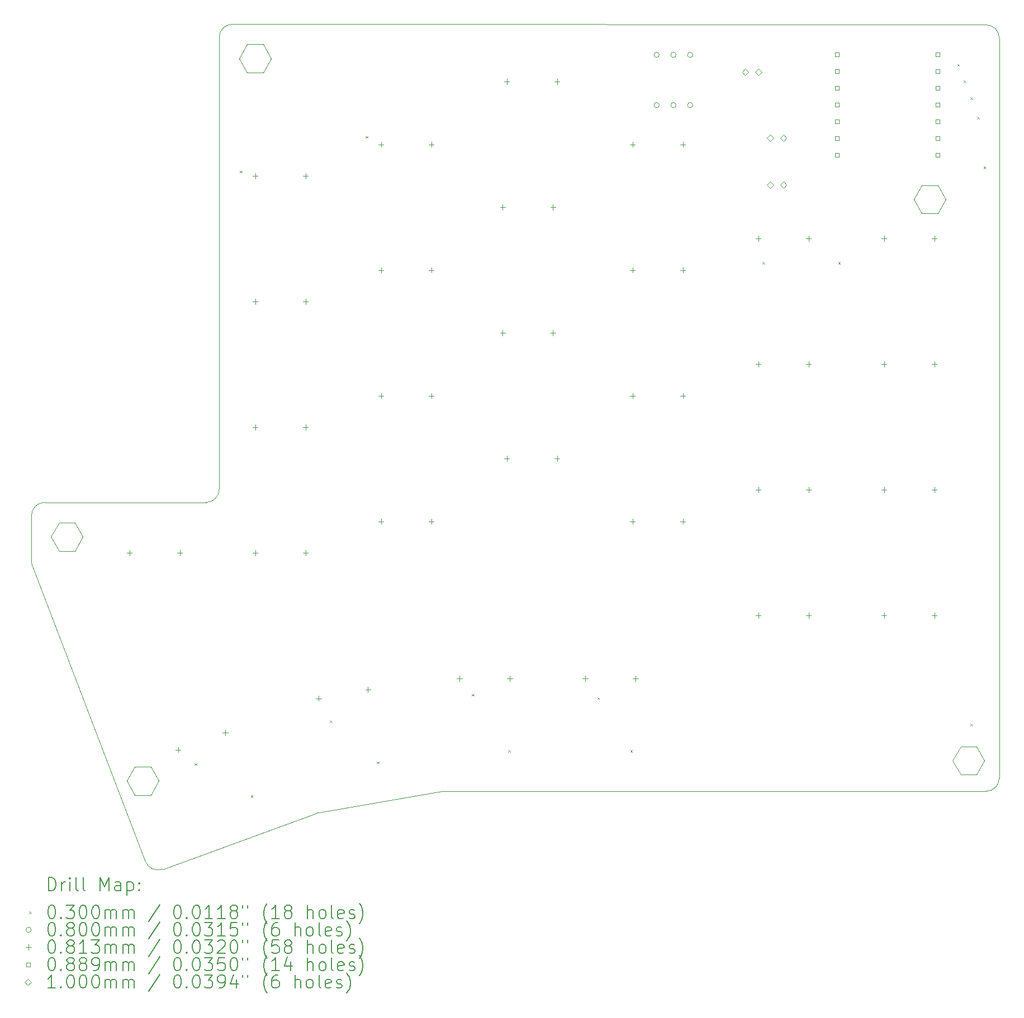
<source format=gbr>
%TF.GenerationSoftware,KiCad,Pcbnew,9.0.6*%
%TF.CreationDate,2025-12-07T22:10:17+09:00*%
%TF.ProjectId,tarakkie_v1_light,74617261-6b6b-4696-955f-76315f6c6967,rev?*%
%TF.SameCoordinates,Original*%
%TF.FileFunction,Drillmap*%
%TF.FilePolarity,Positive*%
%FSLAX45Y45*%
G04 Gerber Fmt 4.5, Leading zero omitted, Abs format (unit mm)*
G04 Created by KiCad (PCBNEW 9.0.6) date 2025-12-07 22:10:17*
%MOMM*%
%LPD*%
G01*
G04 APERTURE LIST*
%ADD10C,0.050000*%
%ADD11C,0.100000*%
%ADD12C,0.200000*%
G04 APERTURE END LIST*
D10*
X5595382Y-15990801D02*
G75*
G02*
X5340259Y-15874382I-68352J187962D01*
G01*
X18072452Y-3188618D02*
G75*
G02*
X18272283Y-3388617I-172J-200002D01*
G01*
X7937324Y-15139186D02*
G75*
G02*
X7972000Y-15130000I68346J-187954D01*
G01*
X3623932Y-11393414D02*
X5340266Y-15874380D01*
X7972000Y-15130000D02*
X9825617Y-14813399D01*
X6456030Y-3378790D02*
G75*
G02*
X6656030Y-3178790I200000J0D01*
G01*
X6456030Y-3378790D02*
X6456030Y-10228790D01*
X18272280Y-14608831D02*
G75*
G02*
X18072322Y-14808830I-200000J1D01*
G01*
X3612280Y-10628790D02*
X3612280Y-11326147D01*
X6456030Y-10228790D02*
G75*
G02*
X6256030Y-10428790I-200000J0D01*
G01*
X3612280Y-10628790D02*
G75*
G02*
X3812280Y-10428790I200000J0D01*
G01*
X6256030Y-10428790D02*
X3812280Y-10428790D01*
X5595382Y-15990801D02*
X7937324Y-15139186D01*
X18072452Y-3188618D02*
X6656030Y-3178790D01*
X9859248Y-14810544D02*
X18072322Y-14808831D01*
X3623932Y-11393414D02*
G75*
G02*
X3612281Y-11326147I188288J67254D01*
G01*
X9825617Y-14813399D02*
G75*
G02*
X9859248Y-14810544I33673J-197151D01*
G01*
X18272280Y-14608831D02*
X18272280Y-3388617D01*
D11*
X5060000Y-14650000D02*
X5180000Y-14865000D01*
X5180000Y-14435000D02*
X5060000Y-14650000D01*
X5180000Y-14865000D02*
X5420000Y-14865000D01*
X5420000Y-14435000D02*
X5180000Y-14435000D01*
X5420000Y-14865000D02*
X5540000Y-14650000D01*
X5540000Y-14650000D02*
X5420000Y-14435000D01*
X6760000Y-3700000D02*
X6880000Y-3915000D01*
X6880000Y-3485000D02*
X6760000Y-3700000D01*
X6880000Y-3915000D02*
X7120000Y-3915000D01*
X7120000Y-3485000D02*
X6880000Y-3485000D01*
X7120000Y-3915000D02*
X7240000Y-3700000D01*
X7240000Y-3700000D02*
X7120000Y-3485000D01*
X17566000Y-14344000D02*
X17686000Y-14559000D01*
X17686000Y-14129000D02*
X17566000Y-14344000D01*
X17686000Y-14559000D02*
X17926000Y-14559000D01*
X17926000Y-14129000D02*
X17686000Y-14129000D01*
X17926000Y-14559000D02*
X18046000Y-14344000D01*
X18046000Y-14344000D02*
X17926000Y-14129000D01*
X3910000Y-10950000D02*
X4030000Y-11165000D01*
X4030000Y-10735000D02*
X3910000Y-10950000D01*
X4030000Y-11165000D02*
X4270000Y-11165000D01*
X4270000Y-10735000D02*
X4030000Y-10735000D01*
X4270000Y-11165000D02*
X4390000Y-10950000D01*
X4390000Y-10950000D02*
X4270000Y-10735000D01*
X16980000Y-5834000D02*
X17100000Y-6049000D01*
X17100000Y-5619000D02*
X16980000Y-5834000D01*
X17100000Y-6049000D02*
X17340000Y-6049000D01*
X17340000Y-5619000D02*
X17100000Y-5619000D01*
X17340000Y-6049000D02*
X17460000Y-5834000D01*
X17460000Y-5834000D02*
X17340000Y-5619000D01*
D12*
D11*
X6085000Y-14385000D02*
X6115000Y-14415000D01*
X6115000Y-14385000D02*
X6085000Y-14415000D01*
X6770000Y-5400000D02*
X6800000Y-5430000D01*
X6800000Y-5400000D02*
X6770000Y-5430000D01*
X6935000Y-14869319D02*
X6965000Y-14899319D01*
X6965000Y-14869319D02*
X6935000Y-14899319D01*
X8135000Y-13735000D02*
X8165000Y-13765000D01*
X8165000Y-13735000D02*
X8135000Y-13765000D01*
X8675000Y-4875000D02*
X8705000Y-4905000D01*
X8705000Y-4875000D02*
X8675000Y-4905000D01*
X8842360Y-14358526D02*
X8872360Y-14388526D01*
X8872360Y-14358526D02*
X8842360Y-14388526D01*
X10285000Y-13335000D02*
X10315000Y-13365000D01*
X10315000Y-13335000D02*
X10285000Y-13365000D01*
X10835000Y-14185000D02*
X10865000Y-14215000D01*
X10865000Y-14185000D02*
X10835000Y-14215000D01*
X12185000Y-13385000D02*
X12215000Y-13415000D01*
X12215000Y-13385000D02*
X12185000Y-13415000D01*
X12685196Y-14183754D02*
X12715196Y-14213754D01*
X12715196Y-14183754D02*
X12685196Y-14213754D01*
X14685000Y-6785000D02*
X14715000Y-6815000D01*
X14715000Y-6785000D02*
X14685000Y-6815000D01*
X15835000Y-6785000D02*
X15865000Y-6815000D01*
X15865000Y-6785000D02*
X15835000Y-6815000D01*
X17635000Y-3785000D02*
X17665000Y-3815000D01*
X17665000Y-3785000D02*
X17635000Y-3815000D01*
X17735000Y-4035000D02*
X17765000Y-4065000D01*
X17765000Y-4035000D02*
X17735000Y-4065000D01*
X17835000Y-4285000D02*
X17865000Y-4315000D01*
X17865000Y-4285000D02*
X17835000Y-4315000D01*
X17835000Y-13785000D02*
X17865000Y-13815000D01*
X17865000Y-13785000D02*
X17835000Y-13815000D01*
X17935000Y-4585000D02*
X17965000Y-4615000D01*
X17965000Y-4585000D02*
X17935000Y-4615000D01*
X18035000Y-5335000D02*
X18065000Y-5365000D01*
X18065000Y-5335000D02*
X18035000Y-5365000D01*
X13121000Y-3644000D02*
G75*
G02*
X13041000Y-3644000I-40000J0D01*
G01*
X13041000Y-3644000D02*
G75*
G02*
X13121000Y-3644000I40000J0D01*
G01*
X13121000Y-4406000D02*
G75*
G02*
X13041000Y-4406000I-40000J0D01*
G01*
X13041000Y-4406000D02*
G75*
G02*
X13121000Y-4406000I40000J0D01*
G01*
X13375000Y-3644000D02*
G75*
G02*
X13295000Y-3644000I-40000J0D01*
G01*
X13295000Y-3644000D02*
G75*
G02*
X13375000Y-3644000I40000J0D01*
G01*
X13375000Y-4406000D02*
G75*
G02*
X13295000Y-4406000I-40000J0D01*
G01*
X13295000Y-4406000D02*
G75*
G02*
X13375000Y-4406000I40000J0D01*
G01*
X13629000Y-3644000D02*
G75*
G02*
X13549000Y-3644000I-40000J0D01*
G01*
X13549000Y-3644000D02*
G75*
G02*
X13629000Y-3644000I40000J0D01*
G01*
X13629000Y-4406000D02*
G75*
G02*
X13549000Y-4406000I-40000J0D01*
G01*
X13549000Y-4406000D02*
G75*
G02*
X13629000Y-4406000I40000J0D01*
G01*
X5095875Y-11151235D02*
X5095875Y-11232515D01*
X5055235Y-11191875D02*
X5136515Y-11191875D01*
X5833227Y-14139045D02*
X5833227Y-14220325D01*
X5792587Y-14179685D02*
X5873867Y-14179685D01*
X5857875Y-11151235D02*
X5857875Y-11232515D01*
X5817235Y-11191875D02*
X5898515Y-11191875D01*
X6549273Y-13878425D02*
X6549273Y-13959705D01*
X6508633Y-13919065D02*
X6589913Y-13919065D01*
X7000875Y-5436235D02*
X7000875Y-5517515D01*
X6960235Y-5476875D02*
X7041515Y-5476875D01*
X7000875Y-7341235D02*
X7000875Y-7422515D01*
X6960235Y-7381875D02*
X7041515Y-7381875D01*
X7000875Y-9246235D02*
X7000875Y-9327515D01*
X6960235Y-9286875D02*
X7041515Y-9286875D01*
X7000875Y-11151235D02*
X7000875Y-11232515D01*
X6960235Y-11191875D02*
X7041515Y-11191875D01*
X7762875Y-5436235D02*
X7762875Y-5517515D01*
X7722235Y-5476875D02*
X7803515Y-5476875D01*
X7762875Y-7341235D02*
X7762875Y-7422515D01*
X7722235Y-7381875D02*
X7803515Y-7381875D01*
X7762875Y-9246235D02*
X7762875Y-9327515D01*
X7722235Y-9286875D02*
X7803515Y-9286875D01*
X7762875Y-11151235D02*
X7762875Y-11232515D01*
X7722235Y-11191875D02*
X7803515Y-11191875D01*
X7959163Y-13360520D02*
X7959163Y-13441800D01*
X7918523Y-13401160D02*
X7999803Y-13401160D01*
X8709587Y-13228200D02*
X8709587Y-13309480D01*
X8668947Y-13268840D02*
X8750227Y-13268840D01*
X8905875Y-4959985D02*
X8905875Y-5041265D01*
X8865235Y-5000625D02*
X8946515Y-5000625D01*
X8905875Y-6864985D02*
X8905875Y-6946265D01*
X8865235Y-6905625D02*
X8946515Y-6905625D01*
X8905875Y-8769985D02*
X8905875Y-8851265D01*
X8865235Y-8810625D02*
X8946515Y-8810625D01*
X8905875Y-10674985D02*
X8905875Y-10756265D01*
X8865235Y-10715625D02*
X8946515Y-10715625D01*
X9667875Y-4959985D02*
X9667875Y-5041265D01*
X9627235Y-5000625D02*
X9708515Y-5000625D01*
X9667875Y-6864985D02*
X9667875Y-6946265D01*
X9627235Y-6905625D02*
X9708515Y-6905625D01*
X9667875Y-8769985D02*
X9667875Y-8851265D01*
X9627235Y-8810625D02*
X9708515Y-8810625D01*
X9667875Y-10674985D02*
X9667875Y-10756265D01*
X9627235Y-10715625D02*
X9708515Y-10715625D01*
X10096500Y-13056235D02*
X10096500Y-13137515D01*
X10055860Y-13096875D02*
X10137140Y-13096875D01*
X10750250Y-5912485D02*
X10750250Y-5993765D01*
X10709610Y-5953125D02*
X10790890Y-5953125D01*
X10750250Y-7817485D02*
X10750250Y-7898765D01*
X10709610Y-7858125D02*
X10790890Y-7858125D01*
X10810875Y-4007485D02*
X10810875Y-4088765D01*
X10770235Y-4048125D02*
X10851515Y-4048125D01*
X10810875Y-9722485D02*
X10810875Y-9803765D01*
X10770235Y-9763125D02*
X10851515Y-9763125D01*
X10858500Y-13056235D02*
X10858500Y-13137515D01*
X10817860Y-13096875D02*
X10899140Y-13096875D01*
X11512250Y-5912485D02*
X11512250Y-5993765D01*
X11471610Y-5953125D02*
X11552890Y-5953125D01*
X11512250Y-7817485D02*
X11512250Y-7898765D01*
X11471610Y-7858125D02*
X11552890Y-7858125D01*
X11572875Y-4007485D02*
X11572875Y-4088765D01*
X11532235Y-4048125D02*
X11613515Y-4048125D01*
X11572875Y-9722485D02*
X11572875Y-9803765D01*
X11532235Y-9763125D02*
X11613515Y-9763125D01*
X12001500Y-13056235D02*
X12001500Y-13137515D01*
X11960860Y-13096875D02*
X12042140Y-13096875D01*
X12715875Y-4959985D02*
X12715875Y-5041265D01*
X12675235Y-5000625D02*
X12756515Y-5000625D01*
X12715875Y-6864985D02*
X12715875Y-6946265D01*
X12675235Y-6905625D02*
X12756515Y-6905625D01*
X12715875Y-8769985D02*
X12715875Y-8851265D01*
X12675235Y-8810625D02*
X12756515Y-8810625D01*
X12715875Y-10674985D02*
X12715875Y-10756265D01*
X12675235Y-10715625D02*
X12756515Y-10715625D01*
X12763500Y-13056235D02*
X12763500Y-13137515D01*
X12722860Y-13096875D02*
X12804140Y-13096875D01*
X13477875Y-4959985D02*
X13477875Y-5041265D01*
X13437235Y-5000625D02*
X13518515Y-5000625D01*
X13477875Y-6864985D02*
X13477875Y-6946265D01*
X13437235Y-6905625D02*
X13518515Y-6905625D01*
X13477875Y-8769985D02*
X13477875Y-8851265D01*
X13437235Y-8810625D02*
X13518515Y-8810625D01*
X13477875Y-10674985D02*
X13477875Y-10756265D01*
X13437235Y-10715625D02*
X13518515Y-10715625D01*
X14620875Y-6388735D02*
X14620875Y-6470015D01*
X14580235Y-6429375D02*
X14661515Y-6429375D01*
X14620875Y-8293735D02*
X14620875Y-8375015D01*
X14580235Y-8334375D02*
X14661515Y-8334375D01*
X14620875Y-10198735D02*
X14620875Y-10280015D01*
X14580235Y-10239375D02*
X14661515Y-10239375D01*
X14620875Y-12103735D02*
X14620875Y-12185015D01*
X14580235Y-12144375D02*
X14661515Y-12144375D01*
X15382875Y-6388735D02*
X15382875Y-6470015D01*
X15342235Y-6429375D02*
X15423515Y-6429375D01*
X15382875Y-8293735D02*
X15382875Y-8375015D01*
X15342235Y-8334375D02*
X15423515Y-8334375D01*
X15382875Y-10198735D02*
X15382875Y-10280015D01*
X15342235Y-10239375D02*
X15423515Y-10239375D01*
X15382875Y-12103735D02*
X15382875Y-12185015D01*
X15342235Y-12144375D02*
X15423515Y-12144375D01*
X16525875Y-6388735D02*
X16525875Y-6470015D01*
X16485235Y-6429375D02*
X16566515Y-6429375D01*
X16525875Y-8293735D02*
X16525875Y-8375015D01*
X16485235Y-8334375D02*
X16566515Y-8334375D01*
X16525875Y-10198735D02*
X16525875Y-10280015D01*
X16485235Y-10239375D02*
X16566515Y-10239375D01*
X16525875Y-12103735D02*
X16525875Y-12185015D01*
X16485235Y-12144375D02*
X16566515Y-12144375D01*
X17287875Y-6388735D02*
X17287875Y-6470015D01*
X17247235Y-6429375D02*
X17328515Y-6429375D01*
X17287875Y-8293735D02*
X17287875Y-8375015D01*
X17247235Y-8334375D02*
X17328515Y-8334375D01*
X17287875Y-10198735D02*
X17287875Y-10280015D01*
X17247235Y-10239375D02*
X17328515Y-10239375D01*
X17287875Y-12103735D02*
X17287875Y-12185015D01*
X17247235Y-12144375D02*
X17328515Y-12144375D01*
X15847431Y-3669431D02*
X15847431Y-3606569D01*
X15784569Y-3606569D01*
X15784569Y-3669431D01*
X15847431Y-3669431D01*
X15847431Y-3923431D02*
X15847431Y-3860569D01*
X15784569Y-3860569D01*
X15784569Y-3923431D01*
X15847431Y-3923431D01*
X15847431Y-4177431D02*
X15847431Y-4114569D01*
X15784569Y-4114569D01*
X15784569Y-4177431D01*
X15847431Y-4177431D01*
X15847431Y-4431431D02*
X15847431Y-4368569D01*
X15784569Y-4368569D01*
X15784569Y-4431431D01*
X15847431Y-4431431D01*
X15847431Y-4685431D02*
X15847431Y-4622569D01*
X15784569Y-4622569D01*
X15784569Y-4685431D01*
X15847431Y-4685431D01*
X15847431Y-4939431D02*
X15847431Y-4876569D01*
X15784569Y-4876569D01*
X15784569Y-4939431D01*
X15847431Y-4939431D01*
X15847431Y-5193431D02*
X15847431Y-5130569D01*
X15784569Y-5130569D01*
X15784569Y-5193431D01*
X15847431Y-5193431D01*
X17371431Y-3669431D02*
X17371431Y-3606569D01*
X17308569Y-3606569D01*
X17308569Y-3669431D01*
X17371431Y-3669431D01*
X17371431Y-3923431D02*
X17371431Y-3860569D01*
X17308569Y-3860569D01*
X17308569Y-3923431D01*
X17371431Y-3923431D01*
X17371431Y-4177431D02*
X17371431Y-4114569D01*
X17308569Y-4114569D01*
X17308569Y-4177431D01*
X17371431Y-4177431D01*
X17371431Y-4431431D02*
X17371431Y-4368569D01*
X17308569Y-4368569D01*
X17308569Y-4431431D01*
X17371431Y-4431431D01*
X17371431Y-4685431D02*
X17371431Y-4622569D01*
X17308569Y-4622569D01*
X17308569Y-4685431D01*
X17371431Y-4685431D01*
X17371431Y-4939431D02*
X17371431Y-4876569D01*
X17308569Y-4876569D01*
X17308569Y-4939431D01*
X17371431Y-4939431D01*
X17371431Y-5193431D02*
X17371431Y-5130569D01*
X17308569Y-5130569D01*
X17308569Y-5193431D01*
X17371431Y-5193431D01*
X14425625Y-3956000D02*
X14475625Y-3906000D01*
X14425625Y-3856000D01*
X14375625Y-3906000D01*
X14425625Y-3956000D01*
X14625625Y-3956000D02*
X14675625Y-3906000D01*
X14625625Y-3856000D01*
X14575625Y-3906000D01*
X14625625Y-3956000D01*
X14801875Y-4952875D02*
X14851875Y-4902875D01*
X14801875Y-4852875D01*
X14751875Y-4902875D01*
X14801875Y-4952875D01*
X14801875Y-5667250D02*
X14851875Y-5617250D01*
X14801875Y-5567250D01*
X14751875Y-5617250D01*
X14801875Y-5667250D01*
X15001875Y-4952875D02*
X15051875Y-4902875D01*
X15001875Y-4852875D01*
X14951875Y-4902875D01*
X15001875Y-4952875D01*
X15001875Y-5667250D02*
X15051875Y-5617250D01*
X15001875Y-5567250D01*
X14951875Y-5617250D01*
X15001875Y-5667250D01*
D12*
X3870557Y-16316828D02*
X3870557Y-16116828D01*
X3870557Y-16116828D02*
X3918176Y-16116828D01*
X3918176Y-16116828D02*
X3946747Y-16126351D01*
X3946747Y-16126351D02*
X3965795Y-16145399D01*
X3965795Y-16145399D02*
X3975319Y-16164447D01*
X3975319Y-16164447D02*
X3984843Y-16202542D01*
X3984843Y-16202542D02*
X3984843Y-16231113D01*
X3984843Y-16231113D02*
X3975319Y-16269209D01*
X3975319Y-16269209D02*
X3965795Y-16288256D01*
X3965795Y-16288256D02*
X3946747Y-16307304D01*
X3946747Y-16307304D02*
X3918176Y-16316828D01*
X3918176Y-16316828D02*
X3870557Y-16316828D01*
X4070557Y-16316828D02*
X4070557Y-16183494D01*
X4070557Y-16221590D02*
X4080081Y-16202542D01*
X4080081Y-16202542D02*
X4089604Y-16193018D01*
X4089604Y-16193018D02*
X4108652Y-16183494D01*
X4108652Y-16183494D02*
X4127700Y-16183494D01*
X4194366Y-16316828D02*
X4194366Y-16183494D01*
X4194366Y-16116828D02*
X4184843Y-16126351D01*
X4184843Y-16126351D02*
X4194366Y-16135875D01*
X4194366Y-16135875D02*
X4203890Y-16126351D01*
X4203890Y-16126351D02*
X4194366Y-16116828D01*
X4194366Y-16116828D02*
X4194366Y-16135875D01*
X4318176Y-16316828D02*
X4299128Y-16307304D01*
X4299128Y-16307304D02*
X4289605Y-16288256D01*
X4289605Y-16288256D02*
X4289605Y-16116828D01*
X4422938Y-16316828D02*
X4403890Y-16307304D01*
X4403890Y-16307304D02*
X4394366Y-16288256D01*
X4394366Y-16288256D02*
X4394366Y-16116828D01*
X4651509Y-16316828D02*
X4651509Y-16116828D01*
X4651509Y-16116828D02*
X4718176Y-16259685D01*
X4718176Y-16259685D02*
X4784843Y-16116828D01*
X4784843Y-16116828D02*
X4784843Y-16316828D01*
X4965795Y-16316828D02*
X4965795Y-16212066D01*
X4965795Y-16212066D02*
X4956271Y-16193018D01*
X4956271Y-16193018D02*
X4937224Y-16183494D01*
X4937224Y-16183494D02*
X4899128Y-16183494D01*
X4899128Y-16183494D02*
X4880081Y-16193018D01*
X4965795Y-16307304D02*
X4946747Y-16316828D01*
X4946747Y-16316828D02*
X4899128Y-16316828D01*
X4899128Y-16316828D02*
X4880081Y-16307304D01*
X4880081Y-16307304D02*
X4870557Y-16288256D01*
X4870557Y-16288256D02*
X4870557Y-16269209D01*
X4870557Y-16269209D02*
X4880081Y-16250161D01*
X4880081Y-16250161D02*
X4899128Y-16240637D01*
X4899128Y-16240637D02*
X4946747Y-16240637D01*
X4946747Y-16240637D02*
X4965795Y-16231113D01*
X5061033Y-16183494D02*
X5061033Y-16383494D01*
X5061033Y-16193018D02*
X5080081Y-16183494D01*
X5080081Y-16183494D02*
X5118176Y-16183494D01*
X5118176Y-16183494D02*
X5137224Y-16193018D01*
X5137224Y-16193018D02*
X5146747Y-16202542D01*
X5146747Y-16202542D02*
X5156271Y-16221590D01*
X5156271Y-16221590D02*
X5156271Y-16278732D01*
X5156271Y-16278732D02*
X5146747Y-16297780D01*
X5146747Y-16297780D02*
X5137224Y-16307304D01*
X5137224Y-16307304D02*
X5118176Y-16316828D01*
X5118176Y-16316828D02*
X5080081Y-16316828D01*
X5080081Y-16316828D02*
X5061033Y-16307304D01*
X5241986Y-16297780D02*
X5251509Y-16307304D01*
X5251509Y-16307304D02*
X5241986Y-16316828D01*
X5241986Y-16316828D02*
X5232462Y-16307304D01*
X5232462Y-16307304D02*
X5241986Y-16297780D01*
X5241986Y-16297780D02*
X5241986Y-16316828D01*
X5241986Y-16193018D02*
X5251509Y-16202542D01*
X5251509Y-16202542D02*
X5241986Y-16212066D01*
X5241986Y-16212066D02*
X5232462Y-16202542D01*
X5232462Y-16202542D02*
X5241986Y-16193018D01*
X5241986Y-16193018D02*
X5241986Y-16212066D01*
D11*
X3579780Y-16630344D02*
X3609780Y-16660344D01*
X3609780Y-16630344D02*
X3579780Y-16660344D01*
D12*
X3908652Y-16536828D02*
X3927700Y-16536828D01*
X3927700Y-16536828D02*
X3946747Y-16546351D01*
X3946747Y-16546351D02*
X3956271Y-16555875D01*
X3956271Y-16555875D02*
X3965795Y-16574923D01*
X3965795Y-16574923D02*
X3975319Y-16613018D01*
X3975319Y-16613018D02*
X3975319Y-16660637D01*
X3975319Y-16660637D02*
X3965795Y-16698732D01*
X3965795Y-16698732D02*
X3956271Y-16717780D01*
X3956271Y-16717780D02*
X3946747Y-16727304D01*
X3946747Y-16727304D02*
X3927700Y-16736828D01*
X3927700Y-16736828D02*
X3908652Y-16736828D01*
X3908652Y-16736828D02*
X3889604Y-16727304D01*
X3889604Y-16727304D02*
X3880081Y-16717780D01*
X3880081Y-16717780D02*
X3870557Y-16698732D01*
X3870557Y-16698732D02*
X3861033Y-16660637D01*
X3861033Y-16660637D02*
X3861033Y-16613018D01*
X3861033Y-16613018D02*
X3870557Y-16574923D01*
X3870557Y-16574923D02*
X3880081Y-16555875D01*
X3880081Y-16555875D02*
X3889604Y-16546351D01*
X3889604Y-16546351D02*
X3908652Y-16536828D01*
X4061033Y-16717780D02*
X4070557Y-16727304D01*
X4070557Y-16727304D02*
X4061033Y-16736828D01*
X4061033Y-16736828D02*
X4051509Y-16727304D01*
X4051509Y-16727304D02*
X4061033Y-16717780D01*
X4061033Y-16717780D02*
X4061033Y-16736828D01*
X4137224Y-16536828D02*
X4261033Y-16536828D01*
X4261033Y-16536828D02*
X4194366Y-16613018D01*
X4194366Y-16613018D02*
X4222938Y-16613018D01*
X4222938Y-16613018D02*
X4241986Y-16622542D01*
X4241986Y-16622542D02*
X4251509Y-16632066D01*
X4251509Y-16632066D02*
X4261033Y-16651113D01*
X4261033Y-16651113D02*
X4261033Y-16698732D01*
X4261033Y-16698732D02*
X4251509Y-16717780D01*
X4251509Y-16717780D02*
X4241986Y-16727304D01*
X4241986Y-16727304D02*
X4222938Y-16736828D01*
X4222938Y-16736828D02*
X4165795Y-16736828D01*
X4165795Y-16736828D02*
X4146747Y-16727304D01*
X4146747Y-16727304D02*
X4137224Y-16717780D01*
X4384843Y-16536828D02*
X4403890Y-16536828D01*
X4403890Y-16536828D02*
X4422938Y-16546351D01*
X4422938Y-16546351D02*
X4432462Y-16555875D01*
X4432462Y-16555875D02*
X4441986Y-16574923D01*
X4441986Y-16574923D02*
X4451509Y-16613018D01*
X4451509Y-16613018D02*
X4451509Y-16660637D01*
X4451509Y-16660637D02*
X4441986Y-16698732D01*
X4441986Y-16698732D02*
X4432462Y-16717780D01*
X4432462Y-16717780D02*
X4422938Y-16727304D01*
X4422938Y-16727304D02*
X4403890Y-16736828D01*
X4403890Y-16736828D02*
X4384843Y-16736828D01*
X4384843Y-16736828D02*
X4365795Y-16727304D01*
X4365795Y-16727304D02*
X4356271Y-16717780D01*
X4356271Y-16717780D02*
X4346747Y-16698732D01*
X4346747Y-16698732D02*
X4337224Y-16660637D01*
X4337224Y-16660637D02*
X4337224Y-16613018D01*
X4337224Y-16613018D02*
X4346747Y-16574923D01*
X4346747Y-16574923D02*
X4356271Y-16555875D01*
X4356271Y-16555875D02*
X4365795Y-16546351D01*
X4365795Y-16546351D02*
X4384843Y-16536828D01*
X4575319Y-16536828D02*
X4594367Y-16536828D01*
X4594367Y-16536828D02*
X4613414Y-16546351D01*
X4613414Y-16546351D02*
X4622938Y-16555875D01*
X4622938Y-16555875D02*
X4632462Y-16574923D01*
X4632462Y-16574923D02*
X4641986Y-16613018D01*
X4641986Y-16613018D02*
X4641986Y-16660637D01*
X4641986Y-16660637D02*
X4632462Y-16698732D01*
X4632462Y-16698732D02*
X4622938Y-16717780D01*
X4622938Y-16717780D02*
X4613414Y-16727304D01*
X4613414Y-16727304D02*
X4594367Y-16736828D01*
X4594367Y-16736828D02*
X4575319Y-16736828D01*
X4575319Y-16736828D02*
X4556271Y-16727304D01*
X4556271Y-16727304D02*
X4546747Y-16717780D01*
X4546747Y-16717780D02*
X4537224Y-16698732D01*
X4537224Y-16698732D02*
X4527700Y-16660637D01*
X4527700Y-16660637D02*
X4527700Y-16613018D01*
X4527700Y-16613018D02*
X4537224Y-16574923D01*
X4537224Y-16574923D02*
X4546747Y-16555875D01*
X4546747Y-16555875D02*
X4556271Y-16546351D01*
X4556271Y-16546351D02*
X4575319Y-16536828D01*
X4727700Y-16736828D02*
X4727700Y-16603494D01*
X4727700Y-16622542D02*
X4737224Y-16613018D01*
X4737224Y-16613018D02*
X4756271Y-16603494D01*
X4756271Y-16603494D02*
X4784843Y-16603494D01*
X4784843Y-16603494D02*
X4803890Y-16613018D01*
X4803890Y-16613018D02*
X4813414Y-16632066D01*
X4813414Y-16632066D02*
X4813414Y-16736828D01*
X4813414Y-16632066D02*
X4822938Y-16613018D01*
X4822938Y-16613018D02*
X4841986Y-16603494D01*
X4841986Y-16603494D02*
X4870557Y-16603494D01*
X4870557Y-16603494D02*
X4889605Y-16613018D01*
X4889605Y-16613018D02*
X4899128Y-16632066D01*
X4899128Y-16632066D02*
X4899128Y-16736828D01*
X4994367Y-16736828D02*
X4994367Y-16603494D01*
X4994367Y-16622542D02*
X5003890Y-16613018D01*
X5003890Y-16613018D02*
X5022938Y-16603494D01*
X5022938Y-16603494D02*
X5051509Y-16603494D01*
X5051509Y-16603494D02*
X5070557Y-16613018D01*
X5070557Y-16613018D02*
X5080081Y-16632066D01*
X5080081Y-16632066D02*
X5080081Y-16736828D01*
X5080081Y-16632066D02*
X5089605Y-16613018D01*
X5089605Y-16613018D02*
X5108652Y-16603494D01*
X5108652Y-16603494D02*
X5137224Y-16603494D01*
X5137224Y-16603494D02*
X5156271Y-16613018D01*
X5156271Y-16613018D02*
X5165795Y-16632066D01*
X5165795Y-16632066D02*
X5165795Y-16736828D01*
X5556271Y-16527304D02*
X5384843Y-16784447D01*
X5813414Y-16536828D02*
X5832462Y-16536828D01*
X5832462Y-16536828D02*
X5851509Y-16546351D01*
X5851509Y-16546351D02*
X5861033Y-16555875D01*
X5861033Y-16555875D02*
X5870557Y-16574923D01*
X5870557Y-16574923D02*
X5880081Y-16613018D01*
X5880081Y-16613018D02*
X5880081Y-16660637D01*
X5880081Y-16660637D02*
X5870557Y-16698732D01*
X5870557Y-16698732D02*
X5861033Y-16717780D01*
X5861033Y-16717780D02*
X5851509Y-16727304D01*
X5851509Y-16727304D02*
X5832462Y-16736828D01*
X5832462Y-16736828D02*
X5813414Y-16736828D01*
X5813414Y-16736828D02*
X5794367Y-16727304D01*
X5794367Y-16727304D02*
X5784843Y-16717780D01*
X5784843Y-16717780D02*
X5775319Y-16698732D01*
X5775319Y-16698732D02*
X5765795Y-16660637D01*
X5765795Y-16660637D02*
X5765795Y-16613018D01*
X5765795Y-16613018D02*
X5775319Y-16574923D01*
X5775319Y-16574923D02*
X5784843Y-16555875D01*
X5784843Y-16555875D02*
X5794367Y-16546351D01*
X5794367Y-16546351D02*
X5813414Y-16536828D01*
X5965795Y-16717780D02*
X5975319Y-16727304D01*
X5975319Y-16727304D02*
X5965795Y-16736828D01*
X5965795Y-16736828D02*
X5956271Y-16727304D01*
X5956271Y-16727304D02*
X5965795Y-16717780D01*
X5965795Y-16717780D02*
X5965795Y-16736828D01*
X6099128Y-16536828D02*
X6118176Y-16536828D01*
X6118176Y-16536828D02*
X6137224Y-16546351D01*
X6137224Y-16546351D02*
X6146748Y-16555875D01*
X6146748Y-16555875D02*
X6156271Y-16574923D01*
X6156271Y-16574923D02*
X6165795Y-16613018D01*
X6165795Y-16613018D02*
X6165795Y-16660637D01*
X6165795Y-16660637D02*
X6156271Y-16698732D01*
X6156271Y-16698732D02*
X6146748Y-16717780D01*
X6146748Y-16717780D02*
X6137224Y-16727304D01*
X6137224Y-16727304D02*
X6118176Y-16736828D01*
X6118176Y-16736828D02*
X6099128Y-16736828D01*
X6099128Y-16736828D02*
X6080081Y-16727304D01*
X6080081Y-16727304D02*
X6070557Y-16717780D01*
X6070557Y-16717780D02*
X6061033Y-16698732D01*
X6061033Y-16698732D02*
X6051509Y-16660637D01*
X6051509Y-16660637D02*
X6051509Y-16613018D01*
X6051509Y-16613018D02*
X6061033Y-16574923D01*
X6061033Y-16574923D02*
X6070557Y-16555875D01*
X6070557Y-16555875D02*
X6080081Y-16546351D01*
X6080081Y-16546351D02*
X6099128Y-16536828D01*
X6356271Y-16736828D02*
X6241986Y-16736828D01*
X6299128Y-16736828D02*
X6299128Y-16536828D01*
X6299128Y-16536828D02*
X6280081Y-16565399D01*
X6280081Y-16565399D02*
X6261033Y-16584447D01*
X6261033Y-16584447D02*
X6241986Y-16593970D01*
X6546748Y-16736828D02*
X6432462Y-16736828D01*
X6489605Y-16736828D02*
X6489605Y-16536828D01*
X6489605Y-16536828D02*
X6470557Y-16565399D01*
X6470557Y-16565399D02*
X6451509Y-16584447D01*
X6451509Y-16584447D02*
X6432462Y-16593970D01*
X6661033Y-16622542D02*
X6641986Y-16613018D01*
X6641986Y-16613018D02*
X6632462Y-16603494D01*
X6632462Y-16603494D02*
X6622938Y-16584447D01*
X6622938Y-16584447D02*
X6622938Y-16574923D01*
X6622938Y-16574923D02*
X6632462Y-16555875D01*
X6632462Y-16555875D02*
X6641986Y-16546351D01*
X6641986Y-16546351D02*
X6661033Y-16536828D01*
X6661033Y-16536828D02*
X6699129Y-16536828D01*
X6699129Y-16536828D02*
X6718176Y-16546351D01*
X6718176Y-16546351D02*
X6727700Y-16555875D01*
X6727700Y-16555875D02*
X6737224Y-16574923D01*
X6737224Y-16574923D02*
X6737224Y-16584447D01*
X6737224Y-16584447D02*
X6727700Y-16603494D01*
X6727700Y-16603494D02*
X6718176Y-16613018D01*
X6718176Y-16613018D02*
X6699129Y-16622542D01*
X6699129Y-16622542D02*
X6661033Y-16622542D01*
X6661033Y-16622542D02*
X6641986Y-16632066D01*
X6641986Y-16632066D02*
X6632462Y-16641590D01*
X6632462Y-16641590D02*
X6622938Y-16660637D01*
X6622938Y-16660637D02*
X6622938Y-16698732D01*
X6622938Y-16698732D02*
X6632462Y-16717780D01*
X6632462Y-16717780D02*
X6641986Y-16727304D01*
X6641986Y-16727304D02*
X6661033Y-16736828D01*
X6661033Y-16736828D02*
X6699129Y-16736828D01*
X6699129Y-16736828D02*
X6718176Y-16727304D01*
X6718176Y-16727304D02*
X6727700Y-16717780D01*
X6727700Y-16717780D02*
X6737224Y-16698732D01*
X6737224Y-16698732D02*
X6737224Y-16660637D01*
X6737224Y-16660637D02*
X6727700Y-16641590D01*
X6727700Y-16641590D02*
X6718176Y-16632066D01*
X6718176Y-16632066D02*
X6699129Y-16622542D01*
X6813414Y-16536828D02*
X6813414Y-16574923D01*
X6889605Y-16536828D02*
X6889605Y-16574923D01*
X7184843Y-16813018D02*
X7175319Y-16803494D01*
X7175319Y-16803494D02*
X7156271Y-16774923D01*
X7156271Y-16774923D02*
X7146748Y-16755875D01*
X7146748Y-16755875D02*
X7137224Y-16727304D01*
X7137224Y-16727304D02*
X7127700Y-16679685D01*
X7127700Y-16679685D02*
X7127700Y-16641590D01*
X7127700Y-16641590D02*
X7137224Y-16593970D01*
X7137224Y-16593970D02*
X7146748Y-16565399D01*
X7146748Y-16565399D02*
X7156271Y-16546351D01*
X7156271Y-16546351D02*
X7175319Y-16517780D01*
X7175319Y-16517780D02*
X7184843Y-16508256D01*
X7365795Y-16736828D02*
X7251510Y-16736828D01*
X7308652Y-16736828D02*
X7308652Y-16536828D01*
X7308652Y-16536828D02*
X7289605Y-16565399D01*
X7289605Y-16565399D02*
X7270557Y-16584447D01*
X7270557Y-16584447D02*
X7251510Y-16593970D01*
X7480081Y-16622542D02*
X7461033Y-16613018D01*
X7461033Y-16613018D02*
X7451510Y-16603494D01*
X7451510Y-16603494D02*
X7441986Y-16584447D01*
X7441986Y-16584447D02*
X7441986Y-16574923D01*
X7441986Y-16574923D02*
X7451510Y-16555875D01*
X7451510Y-16555875D02*
X7461033Y-16546351D01*
X7461033Y-16546351D02*
X7480081Y-16536828D01*
X7480081Y-16536828D02*
X7518176Y-16536828D01*
X7518176Y-16536828D02*
X7537224Y-16546351D01*
X7537224Y-16546351D02*
X7546748Y-16555875D01*
X7546748Y-16555875D02*
X7556271Y-16574923D01*
X7556271Y-16574923D02*
X7556271Y-16584447D01*
X7556271Y-16584447D02*
X7546748Y-16603494D01*
X7546748Y-16603494D02*
X7537224Y-16613018D01*
X7537224Y-16613018D02*
X7518176Y-16622542D01*
X7518176Y-16622542D02*
X7480081Y-16622542D01*
X7480081Y-16622542D02*
X7461033Y-16632066D01*
X7461033Y-16632066D02*
X7451510Y-16641590D01*
X7451510Y-16641590D02*
X7441986Y-16660637D01*
X7441986Y-16660637D02*
X7441986Y-16698732D01*
X7441986Y-16698732D02*
X7451510Y-16717780D01*
X7451510Y-16717780D02*
X7461033Y-16727304D01*
X7461033Y-16727304D02*
X7480081Y-16736828D01*
X7480081Y-16736828D02*
X7518176Y-16736828D01*
X7518176Y-16736828D02*
X7537224Y-16727304D01*
X7537224Y-16727304D02*
X7546748Y-16717780D01*
X7546748Y-16717780D02*
X7556271Y-16698732D01*
X7556271Y-16698732D02*
X7556271Y-16660637D01*
X7556271Y-16660637D02*
X7546748Y-16641590D01*
X7546748Y-16641590D02*
X7537224Y-16632066D01*
X7537224Y-16632066D02*
X7518176Y-16622542D01*
X7794367Y-16736828D02*
X7794367Y-16536828D01*
X7880081Y-16736828D02*
X7880081Y-16632066D01*
X7880081Y-16632066D02*
X7870557Y-16613018D01*
X7870557Y-16613018D02*
X7851510Y-16603494D01*
X7851510Y-16603494D02*
X7822938Y-16603494D01*
X7822938Y-16603494D02*
X7803891Y-16613018D01*
X7803891Y-16613018D02*
X7794367Y-16622542D01*
X8003891Y-16736828D02*
X7984843Y-16727304D01*
X7984843Y-16727304D02*
X7975319Y-16717780D01*
X7975319Y-16717780D02*
X7965795Y-16698732D01*
X7965795Y-16698732D02*
X7965795Y-16641590D01*
X7965795Y-16641590D02*
X7975319Y-16622542D01*
X7975319Y-16622542D02*
X7984843Y-16613018D01*
X7984843Y-16613018D02*
X8003891Y-16603494D01*
X8003891Y-16603494D02*
X8032462Y-16603494D01*
X8032462Y-16603494D02*
X8051510Y-16613018D01*
X8051510Y-16613018D02*
X8061033Y-16622542D01*
X8061033Y-16622542D02*
X8070557Y-16641590D01*
X8070557Y-16641590D02*
X8070557Y-16698732D01*
X8070557Y-16698732D02*
X8061033Y-16717780D01*
X8061033Y-16717780D02*
X8051510Y-16727304D01*
X8051510Y-16727304D02*
X8032462Y-16736828D01*
X8032462Y-16736828D02*
X8003891Y-16736828D01*
X8184843Y-16736828D02*
X8165795Y-16727304D01*
X8165795Y-16727304D02*
X8156272Y-16708256D01*
X8156272Y-16708256D02*
X8156272Y-16536828D01*
X8337224Y-16727304D02*
X8318176Y-16736828D01*
X8318176Y-16736828D02*
X8280081Y-16736828D01*
X8280081Y-16736828D02*
X8261033Y-16727304D01*
X8261033Y-16727304D02*
X8251510Y-16708256D01*
X8251510Y-16708256D02*
X8251510Y-16632066D01*
X8251510Y-16632066D02*
X8261033Y-16613018D01*
X8261033Y-16613018D02*
X8280081Y-16603494D01*
X8280081Y-16603494D02*
X8318176Y-16603494D01*
X8318176Y-16603494D02*
X8337224Y-16613018D01*
X8337224Y-16613018D02*
X8346748Y-16632066D01*
X8346748Y-16632066D02*
X8346748Y-16651113D01*
X8346748Y-16651113D02*
X8251510Y-16670161D01*
X8422938Y-16727304D02*
X8441986Y-16736828D01*
X8441986Y-16736828D02*
X8480081Y-16736828D01*
X8480081Y-16736828D02*
X8499129Y-16727304D01*
X8499129Y-16727304D02*
X8508653Y-16708256D01*
X8508653Y-16708256D02*
X8508653Y-16698732D01*
X8508653Y-16698732D02*
X8499129Y-16679685D01*
X8499129Y-16679685D02*
X8480081Y-16670161D01*
X8480081Y-16670161D02*
X8451510Y-16670161D01*
X8451510Y-16670161D02*
X8432462Y-16660637D01*
X8432462Y-16660637D02*
X8422938Y-16641590D01*
X8422938Y-16641590D02*
X8422938Y-16632066D01*
X8422938Y-16632066D02*
X8432462Y-16613018D01*
X8432462Y-16613018D02*
X8451510Y-16603494D01*
X8451510Y-16603494D02*
X8480081Y-16603494D01*
X8480081Y-16603494D02*
X8499129Y-16613018D01*
X8575319Y-16813018D02*
X8584843Y-16803494D01*
X8584843Y-16803494D02*
X8603891Y-16774923D01*
X8603891Y-16774923D02*
X8613415Y-16755875D01*
X8613415Y-16755875D02*
X8622938Y-16727304D01*
X8622938Y-16727304D02*
X8632462Y-16679685D01*
X8632462Y-16679685D02*
X8632462Y-16641590D01*
X8632462Y-16641590D02*
X8622938Y-16593970D01*
X8622938Y-16593970D02*
X8613415Y-16565399D01*
X8613415Y-16565399D02*
X8603891Y-16546351D01*
X8603891Y-16546351D02*
X8584843Y-16517780D01*
X8584843Y-16517780D02*
X8575319Y-16508256D01*
D11*
X3609780Y-16909344D02*
G75*
G02*
X3529780Y-16909344I-40000J0D01*
G01*
X3529780Y-16909344D02*
G75*
G02*
X3609780Y-16909344I40000J0D01*
G01*
D12*
X3908652Y-16800828D02*
X3927700Y-16800828D01*
X3927700Y-16800828D02*
X3946747Y-16810352D01*
X3946747Y-16810352D02*
X3956271Y-16819875D01*
X3956271Y-16819875D02*
X3965795Y-16838923D01*
X3965795Y-16838923D02*
X3975319Y-16877018D01*
X3975319Y-16877018D02*
X3975319Y-16924637D01*
X3975319Y-16924637D02*
X3965795Y-16962732D01*
X3965795Y-16962732D02*
X3956271Y-16981780D01*
X3956271Y-16981780D02*
X3946747Y-16991304D01*
X3946747Y-16991304D02*
X3927700Y-17000828D01*
X3927700Y-17000828D02*
X3908652Y-17000828D01*
X3908652Y-17000828D02*
X3889604Y-16991304D01*
X3889604Y-16991304D02*
X3880081Y-16981780D01*
X3880081Y-16981780D02*
X3870557Y-16962732D01*
X3870557Y-16962732D02*
X3861033Y-16924637D01*
X3861033Y-16924637D02*
X3861033Y-16877018D01*
X3861033Y-16877018D02*
X3870557Y-16838923D01*
X3870557Y-16838923D02*
X3880081Y-16819875D01*
X3880081Y-16819875D02*
X3889604Y-16810352D01*
X3889604Y-16810352D02*
X3908652Y-16800828D01*
X4061033Y-16981780D02*
X4070557Y-16991304D01*
X4070557Y-16991304D02*
X4061033Y-17000828D01*
X4061033Y-17000828D02*
X4051509Y-16991304D01*
X4051509Y-16991304D02*
X4061033Y-16981780D01*
X4061033Y-16981780D02*
X4061033Y-17000828D01*
X4184843Y-16886542D02*
X4165795Y-16877018D01*
X4165795Y-16877018D02*
X4156271Y-16867494D01*
X4156271Y-16867494D02*
X4146747Y-16848447D01*
X4146747Y-16848447D02*
X4146747Y-16838923D01*
X4146747Y-16838923D02*
X4156271Y-16819875D01*
X4156271Y-16819875D02*
X4165795Y-16810352D01*
X4165795Y-16810352D02*
X4184843Y-16800828D01*
X4184843Y-16800828D02*
X4222938Y-16800828D01*
X4222938Y-16800828D02*
X4241986Y-16810352D01*
X4241986Y-16810352D02*
X4251509Y-16819875D01*
X4251509Y-16819875D02*
X4261033Y-16838923D01*
X4261033Y-16838923D02*
X4261033Y-16848447D01*
X4261033Y-16848447D02*
X4251509Y-16867494D01*
X4251509Y-16867494D02*
X4241986Y-16877018D01*
X4241986Y-16877018D02*
X4222938Y-16886542D01*
X4222938Y-16886542D02*
X4184843Y-16886542D01*
X4184843Y-16886542D02*
X4165795Y-16896066D01*
X4165795Y-16896066D02*
X4156271Y-16905590D01*
X4156271Y-16905590D02*
X4146747Y-16924637D01*
X4146747Y-16924637D02*
X4146747Y-16962732D01*
X4146747Y-16962732D02*
X4156271Y-16981780D01*
X4156271Y-16981780D02*
X4165795Y-16991304D01*
X4165795Y-16991304D02*
X4184843Y-17000828D01*
X4184843Y-17000828D02*
X4222938Y-17000828D01*
X4222938Y-17000828D02*
X4241986Y-16991304D01*
X4241986Y-16991304D02*
X4251509Y-16981780D01*
X4251509Y-16981780D02*
X4261033Y-16962732D01*
X4261033Y-16962732D02*
X4261033Y-16924637D01*
X4261033Y-16924637D02*
X4251509Y-16905590D01*
X4251509Y-16905590D02*
X4241986Y-16896066D01*
X4241986Y-16896066D02*
X4222938Y-16886542D01*
X4384843Y-16800828D02*
X4403890Y-16800828D01*
X4403890Y-16800828D02*
X4422938Y-16810352D01*
X4422938Y-16810352D02*
X4432462Y-16819875D01*
X4432462Y-16819875D02*
X4441986Y-16838923D01*
X4441986Y-16838923D02*
X4451509Y-16877018D01*
X4451509Y-16877018D02*
X4451509Y-16924637D01*
X4451509Y-16924637D02*
X4441986Y-16962732D01*
X4441986Y-16962732D02*
X4432462Y-16981780D01*
X4432462Y-16981780D02*
X4422938Y-16991304D01*
X4422938Y-16991304D02*
X4403890Y-17000828D01*
X4403890Y-17000828D02*
X4384843Y-17000828D01*
X4384843Y-17000828D02*
X4365795Y-16991304D01*
X4365795Y-16991304D02*
X4356271Y-16981780D01*
X4356271Y-16981780D02*
X4346747Y-16962732D01*
X4346747Y-16962732D02*
X4337224Y-16924637D01*
X4337224Y-16924637D02*
X4337224Y-16877018D01*
X4337224Y-16877018D02*
X4346747Y-16838923D01*
X4346747Y-16838923D02*
X4356271Y-16819875D01*
X4356271Y-16819875D02*
X4365795Y-16810352D01*
X4365795Y-16810352D02*
X4384843Y-16800828D01*
X4575319Y-16800828D02*
X4594367Y-16800828D01*
X4594367Y-16800828D02*
X4613414Y-16810352D01*
X4613414Y-16810352D02*
X4622938Y-16819875D01*
X4622938Y-16819875D02*
X4632462Y-16838923D01*
X4632462Y-16838923D02*
X4641986Y-16877018D01*
X4641986Y-16877018D02*
X4641986Y-16924637D01*
X4641986Y-16924637D02*
X4632462Y-16962732D01*
X4632462Y-16962732D02*
X4622938Y-16981780D01*
X4622938Y-16981780D02*
X4613414Y-16991304D01*
X4613414Y-16991304D02*
X4594367Y-17000828D01*
X4594367Y-17000828D02*
X4575319Y-17000828D01*
X4575319Y-17000828D02*
X4556271Y-16991304D01*
X4556271Y-16991304D02*
X4546747Y-16981780D01*
X4546747Y-16981780D02*
X4537224Y-16962732D01*
X4537224Y-16962732D02*
X4527700Y-16924637D01*
X4527700Y-16924637D02*
X4527700Y-16877018D01*
X4527700Y-16877018D02*
X4537224Y-16838923D01*
X4537224Y-16838923D02*
X4546747Y-16819875D01*
X4546747Y-16819875D02*
X4556271Y-16810352D01*
X4556271Y-16810352D02*
X4575319Y-16800828D01*
X4727700Y-17000828D02*
X4727700Y-16867494D01*
X4727700Y-16886542D02*
X4737224Y-16877018D01*
X4737224Y-16877018D02*
X4756271Y-16867494D01*
X4756271Y-16867494D02*
X4784843Y-16867494D01*
X4784843Y-16867494D02*
X4803890Y-16877018D01*
X4803890Y-16877018D02*
X4813414Y-16896066D01*
X4813414Y-16896066D02*
X4813414Y-17000828D01*
X4813414Y-16896066D02*
X4822938Y-16877018D01*
X4822938Y-16877018D02*
X4841986Y-16867494D01*
X4841986Y-16867494D02*
X4870557Y-16867494D01*
X4870557Y-16867494D02*
X4889605Y-16877018D01*
X4889605Y-16877018D02*
X4899128Y-16896066D01*
X4899128Y-16896066D02*
X4899128Y-17000828D01*
X4994367Y-17000828D02*
X4994367Y-16867494D01*
X4994367Y-16886542D02*
X5003890Y-16877018D01*
X5003890Y-16877018D02*
X5022938Y-16867494D01*
X5022938Y-16867494D02*
X5051509Y-16867494D01*
X5051509Y-16867494D02*
X5070557Y-16877018D01*
X5070557Y-16877018D02*
X5080081Y-16896066D01*
X5080081Y-16896066D02*
X5080081Y-17000828D01*
X5080081Y-16896066D02*
X5089605Y-16877018D01*
X5089605Y-16877018D02*
X5108652Y-16867494D01*
X5108652Y-16867494D02*
X5137224Y-16867494D01*
X5137224Y-16867494D02*
X5156271Y-16877018D01*
X5156271Y-16877018D02*
X5165795Y-16896066D01*
X5165795Y-16896066D02*
X5165795Y-17000828D01*
X5556271Y-16791304D02*
X5384843Y-17048447D01*
X5813414Y-16800828D02*
X5832462Y-16800828D01*
X5832462Y-16800828D02*
X5851509Y-16810352D01*
X5851509Y-16810352D02*
X5861033Y-16819875D01*
X5861033Y-16819875D02*
X5870557Y-16838923D01*
X5870557Y-16838923D02*
X5880081Y-16877018D01*
X5880081Y-16877018D02*
X5880081Y-16924637D01*
X5880081Y-16924637D02*
X5870557Y-16962732D01*
X5870557Y-16962732D02*
X5861033Y-16981780D01*
X5861033Y-16981780D02*
X5851509Y-16991304D01*
X5851509Y-16991304D02*
X5832462Y-17000828D01*
X5832462Y-17000828D02*
X5813414Y-17000828D01*
X5813414Y-17000828D02*
X5794367Y-16991304D01*
X5794367Y-16991304D02*
X5784843Y-16981780D01*
X5784843Y-16981780D02*
X5775319Y-16962732D01*
X5775319Y-16962732D02*
X5765795Y-16924637D01*
X5765795Y-16924637D02*
X5765795Y-16877018D01*
X5765795Y-16877018D02*
X5775319Y-16838923D01*
X5775319Y-16838923D02*
X5784843Y-16819875D01*
X5784843Y-16819875D02*
X5794367Y-16810352D01*
X5794367Y-16810352D02*
X5813414Y-16800828D01*
X5965795Y-16981780D02*
X5975319Y-16991304D01*
X5975319Y-16991304D02*
X5965795Y-17000828D01*
X5965795Y-17000828D02*
X5956271Y-16991304D01*
X5956271Y-16991304D02*
X5965795Y-16981780D01*
X5965795Y-16981780D02*
X5965795Y-17000828D01*
X6099128Y-16800828D02*
X6118176Y-16800828D01*
X6118176Y-16800828D02*
X6137224Y-16810352D01*
X6137224Y-16810352D02*
X6146748Y-16819875D01*
X6146748Y-16819875D02*
X6156271Y-16838923D01*
X6156271Y-16838923D02*
X6165795Y-16877018D01*
X6165795Y-16877018D02*
X6165795Y-16924637D01*
X6165795Y-16924637D02*
X6156271Y-16962732D01*
X6156271Y-16962732D02*
X6146748Y-16981780D01*
X6146748Y-16981780D02*
X6137224Y-16991304D01*
X6137224Y-16991304D02*
X6118176Y-17000828D01*
X6118176Y-17000828D02*
X6099128Y-17000828D01*
X6099128Y-17000828D02*
X6080081Y-16991304D01*
X6080081Y-16991304D02*
X6070557Y-16981780D01*
X6070557Y-16981780D02*
X6061033Y-16962732D01*
X6061033Y-16962732D02*
X6051509Y-16924637D01*
X6051509Y-16924637D02*
X6051509Y-16877018D01*
X6051509Y-16877018D02*
X6061033Y-16838923D01*
X6061033Y-16838923D02*
X6070557Y-16819875D01*
X6070557Y-16819875D02*
X6080081Y-16810352D01*
X6080081Y-16810352D02*
X6099128Y-16800828D01*
X6232462Y-16800828D02*
X6356271Y-16800828D01*
X6356271Y-16800828D02*
X6289605Y-16877018D01*
X6289605Y-16877018D02*
X6318176Y-16877018D01*
X6318176Y-16877018D02*
X6337224Y-16886542D01*
X6337224Y-16886542D02*
X6346748Y-16896066D01*
X6346748Y-16896066D02*
X6356271Y-16915113D01*
X6356271Y-16915113D02*
X6356271Y-16962732D01*
X6356271Y-16962732D02*
X6346748Y-16981780D01*
X6346748Y-16981780D02*
X6337224Y-16991304D01*
X6337224Y-16991304D02*
X6318176Y-17000828D01*
X6318176Y-17000828D02*
X6261033Y-17000828D01*
X6261033Y-17000828D02*
X6241986Y-16991304D01*
X6241986Y-16991304D02*
X6232462Y-16981780D01*
X6546748Y-17000828D02*
X6432462Y-17000828D01*
X6489605Y-17000828D02*
X6489605Y-16800828D01*
X6489605Y-16800828D02*
X6470557Y-16829399D01*
X6470557Y-16829399D02*
X6451509Y-16848447D01*
X6451509Y-16848447D02*
X6432462Y-16857971D01*
X6727700Y-16800828D02*
X6632462Y-16800828D01*
X6632462Y-16800828D02*
X6622938Y-16896066D01*
X6622938Y-16896066D02*
X6632462Y-16886542D01*
X6632462Y-16886542D02*
X6651509Y-16877018D01*
X6651509Y-16877018D02*
X6699129Y-16877018D01*
X6699129Y-16877018D02*
X6718176Y-16886542D01*
X6718176Y-16886542D02*
X6727700Y-16896066D01*
X6727700Y-16896066D02*
X6737224Y-16915113D01*
X6737224Y-16915113D02*
X6737224Y-16962732D01*
X6737224Y-16962732D02*
X6727700Y-16981780D01*
X6727700Y-16981780D02*
X6718176Y-16991304D01*
X6718176Y-16991304D02*
X6699129Y-17000828D01*
X6699129Y-17000828D02*
X6651509Y-17000828D01*
X6651509Y-17000828D02*
X6632462Y-16991304D01*
X6632462Y-16991304D02*
X6622938Y-16981780D01*
X6813414Y-16800828D02*
X6813414Y-16838923D01*
X6889605Y-16800828D02*
X6889605Y-16838923D01*
X7184843Y-17077018D02*
X7175319Y-17067494D01*
X7175319Y-17067494D02*
X7156271Y-17038923D01*
X7156271Y-17038923D02*
X7146748Y-17019875D01*
X7146748Y-17019875D02*
X7137224Y-16991304D01*
X7137224Y-16991304D02*
X7127700Y-16943685D01*
X7127700Y-16943685D02*
X7127700Y-16905590D01*
X7127700Y-16905590D02*
X7137224Y-16857971D01*
X7137224Y-16857971D02*
X7146748Y-16829399D01*
X7146748Y-16829399D02*
X7156271Y-16810352D01*
X7156271Y-16810352D02*
X7175319Y-16781780D01*
X7175319Y-16781780D02*
X7184843Y-16772256D01*
X7346748Y-16800828D02*
X7308652Y-16800828D01*
X7308652Y-16800828D02*
X7289605Y-16810352D01*
X7289605Y-16810352D02*
X7280081Y-16819875D01*
X7280081Y-16819875D02*
X7261033Y-16848447D01*
X7261033Y-16848447D02*
X7251510Y-16886542D01*
X7251510Y-16886542D02*
X7251510Y-16962732D01*
X7251510Y-16962732D02*
X7261033Y-16981780D01*
X7261033Y-16981780D02*
X7270557Y-16991304D01*
X7270557Y-16991304D02*
X7289605Y-17000828D01*
X7289605Y-17000828D02*
X7327700Y-17000828D01*
X7327700Y-17000828D02*
X7346748Y-16991304D01*
X7346748Y-16991304D02*
X7356271Y-16981780D01*
X7356271Y-16981780D02*
X7365795Y-16962732D01*
X7365795Y-16962732D02*
X7365795Y-16915113D01*
X7365795Y-16915113D02*
X7356271Y-16896066D01*
X7356271Y-16896066D02*
X7346748Y-16886542D01*
X7346748Y-16886542D02*
X7327700Y-16877018D01*
X7327700Y-16877018D02*
X7289605Y-16877018D01*
X7289605Y-16877018D02*
X7270557Y-16886542D01*
X7270557Y-16886542D02*
X7261033Y-16896066D01*
X7261033Y-16896066D02*
X7251510Y-16915113D01*
X7603891Y-17000828D02*
X7603891Y-16800828D01*
X7689605Y-17000828D02*
X7689605Y-16896066D01*
X7689605Y-16896066D02*
X7680081Y-16877018D01*
X7680081Y-16877018D02*
X7661033Y-16867494D01*
X7661033Y-16867494D02*
X7632462Y-16867494D01*
X7632462Y-16867494D02*
X7613414Y-16877018D01*
X7613414Y-16877018D02*
X7603891Y-16886542D01*
X7813414Y-17000828D02*
X7794367Y-16991304D01*
X7794367Y-16991304D02*
X7784843Y-16981780D01*
X7784843Y-16981780D02*
X7775319Y-16962732D01*
X7775319Y-16962732D02*
X7775319Y-16905590D01*
X7775319Y-16905590D02*
X7784843Y-16886542D01*
X7784843Y-16886542D02*
X7794367Y-16877018D01*
X7794367Y-16877018D02*
X7813414Y-16867494D01*
X7813414Y-16867494D02*
X7841986Y-16867494D01*
X7841986Y-16867494D02*
X7861033Y-16877018D01*
X7861033Y-16877018D02*
X7870557Y-16886542D01*
X7870557Y-16886542D02*
X7880081Y-16905590D01*
X7880081Y-16905590D02*
X7880081Y-16962732D01*
X7880081Y-16962732D02*
X7870557Y-16981780D01*
X7870557Y-16981780D02*
X7861033Y-16991304D01*
X7861033Y-16991304D02*
X7841986Y-17000828D01*
X7841986Y-17000828D02*
X7813414Y-17000828D01*
X7994367Y-17000828D02*
X7975319Y-16991304D01*
X7975319Y-16991304D02*
X7965795Y-16972256D01*
X7965795Y-16972256D02*
X7965795Y-16800828D01*
X8146748Y-16991304D02*
X8127700Y-17000828D01*
X8127700Y-17000828D02*
X8089605Y-17000828D01*
X8089605Y-17000828D02*
X8070557Y-16991304D01*
X8070557Y-16991304D02*
X8061033Y-16972256D01*
X8061033Y-16972256D02*
X8061033Y-16896066D01*
X8061033Y-16896066D02*
X8070557Y-16877018D01*
X8070557Y-16877018D02*
X8089605Y-16867494D01*
X8089605Y-16867494D02*
X8127700Y-16867494D01*
X8127700Y-16867494D02*
X8146748Y-16877018D01*
X8146748Y-16877018D02*
X8156272Y-16896066D01*
X8156272Y-16896066D02*
X8156272Y-16915113D01*
X8156272Y-16915113D02*
X8061033Y-16934161D01*
X8232462Y-16991304D02*
X8251510Y-17000828D01*
X8251510Y-17000828D02*
X8289605Y-17000828D01*
X8289605Y-17000828D02*
X8308653Y-16991304D01*
X8308653Y-16991304D02*
X8318176Y-16972256D01*
X8318176Y-16972256D02*
X8318176Y-16962732D01*
X8318176Y-16962732D02*
X8308653Y-16943685D01*
X8308653Y-16943685D02*
X8289605Y-16934161D01*
X8289605Y-16934161D02*
X8261033Y-16934161D01*
X8261033Y-16934161D02*
X8241986Y-16924637D01*
X8241986Y-16924637D02*
X8232462Y-16905590D01*
X8232462Y-16905590D02*
X8232462Y-16896066D01*
X8232462Y-16896066D02*
X8241986Y-16877018D01*
X8241986Y-16877018D02*
X8261033Y-16867494D01*
X8261033Y-16867494D02*
X8289605Y-16867494D01*
X8289605Y-16867494D02*
X8308653Y-16877018D01*
X8384843Y-17077018D02*
X8394367Y-17067494D01*
X8394367Y-17067494D02*
X8413415Y-17038923D01*
X8413415Y-17038923D02*
X8422938Y-17019875D01*
X8422938Y-17019875D02*
X8432462Y-16991304D01*
X8432462Y-16991304D02*
X8441986Y-16943685D01*
X8441986Y-16943685D02*
X8441986Y-16905590D01*
X8441986Y-16905590D02*
X8432462Y-16857971D01*
X8432462Y-16857971D02*
X8422938Y-16829399D01*
X8422938Y-16829399D02*
X8413415Y-16810352D01*
X8413415Y-16810352D02*
X8394367Y-16781780D01*
X8394367Y-16781780D02*
X8384843Y-16772256D01*
D11*
X3569140Y-17132704D02*
X3569140Y-17213984D01*
X3528500Y-17173344D02*
X3609780Y-17173344D01*
D12*
X3908652Y-17064828D02*
X3927700Y-17064828D01*
X3927700Y-17064828D02*
X3946747Y-17074352D01*
X3946747Y-17074352D02*
X3956271Y-17083875D01*
X3956271Y-17083875D02*
X3965795Y-17102923D01*
X3965795Y-17102923D02*
X3975319Y-17141018D01*
X3975319Y-17141018D02*
X3975319Y-17188637D01*
X3975319Y-17188637D02*
X3965795Y-17226732D01*
X3965795Y-17226732D02*
X3956271Y-17245780D01*
X3956271Y-17245780D02*
X3946747Y-17255304D01*
X3946747Y-17255304D02*
X3927700Y-17264828D01*
X3927700Y-17264828D02*
X3908652Y-17264828D01*
X3908652Y-17264828D02*
X3889604Y-17255304D01*
X3889604Y-17255304D02*
X3880081Y-17245780D01*
X3880081Y-17245780D02*
X3870557Y-17226732D01*
X3870557Y-17226732D02*
X3861033Y-17188637D01*
X3861033Y-17188637D02*
X3861033Y-17141018D01*
X3861033Y-17141018D02*
X3870557Y-17102923D01*
X3870557Y-17102923D02*
X3880081Y-17083875D01*
X3880081Y-17083875D02*
X3889604Y-17074352D01*
X3889604Y-17074352D02*
X3908652Y-17064828D01*
X4061033Y-17245780D02*
X4070557Y-17255304D01*
X4070557Y-17255304D02*
X4061033Y-17264828D01*
X4061033Y-17264828D02*
X4051509Y-17255304D01*
X4051509Y-17255304D02*
X4061033Y-17245780D01*
X4061033Y-17245780D02*
X4061033Y-17264828D01*
X4184843Y-17150542D02*
X4165795Y-17141018D01*
X4165795Y-17141018D02*
X4156271Y-17131494D01*
X4156271Y-17131494D02*
X4146747Y-17112447D01*
X4146747Y-17112447D02*
X4146747Y-17102923D01*
X4146747Y-17102923D02*
X4156271Y-17083875D01*
X4156271Y-17083875D02*
X4165795Y-17074352D01*
X4165795Y-17074352D02*
X4184843Y-17064828D01*
X4184843Y-17064828D02*
X4222938Y-17064828D01*
X4222938Y-17064828D02*
X4241986Y-17074352D01*
X4241986Y-17074352D02*
X4251509Y-17083875D01*
X4251509Y-17083875D02*
X4261033Y-17102923D01*
X4261033Y-17102923D02*
X4261033Y-17112447D01*
X4261033Y-17112447D02*
X4251509Y-17131494D01*
X4251509Y-17131494D02*
X4241986Y-17141018D01*
X4241986Y-17141018D02*
X4222938Y-17150542D01*
X4222938Y-17150542D02*
X4184843Y-17150542D01*
X4184843Y-17150542D02*
X4165795Y-17160066D01*
X4165795Y-17160066D02*
X4156271Y-17169590D01*
X4156271Y-17169590D02*
X4146747Y-17188637D01*
X4146747Y-17188637D02*
X4146747Y-17226732D01*
X4146747Y-17226732D02*
X4156271Y-17245780D01*
X4156271Y-17245780D02*
X4165795Y-17255304D01*
X4165795Y-17255304D02*
X4184843Y-17264828D01*
X4184843Y-17264828D02*
X4222938Y-17264828D01*
X4222938Y-17264828D02*
X4241986Y-17255304D01*
X4241986Y-17255304D02*
X4251509Y-17245780D01*
X4251509Y-17245780D02*
X4261033Y-17226732D01*
X4261033Y-17226732D02*
X4261033Y-17188637D01*
X4261033Y-17188637D02*
X4251509Y-17169590D01*
X4251509Y-17169590D02*
X4241986Y-17160066D01*
X4241986Y-17160066D02*
X4222938Y-17150542D01*
X4451509Y-17264828D02*
X4337224Y-17264828D01*
X4394366Y-17264828D02*
X4394366Y-17064828D01*
X4394366Y-17064828D02*
X4375319Y-17093399D01*
X4375319Y-17093399D02*
X4356271Y-17112447D01*
X4356271Y-17112447D02*
X4337224Y-17121971D01*
X4518176Y-17064828D02*
X4641986Y-17064828D01*
X4641986Y-17064828D02*
X4575319Y-17141018D01*
X4575319Y-17141018D02*
X4603890Y-17141018D01*
X4603890Y-17141018D02*
X4622938Y-17150542D01*
X4622938Y-17150542D02*
X4632462Y-17160066D01*
X4632462Y-17160066D02*
X4641986Y-17179113D01*
X4641986Y-17179113D02*
X4641986Y-17226732D01*
X4641986Y-17226732D02*
X4632462Y-17245780D01*
X4632462Y-17245780D02*
X4622938Y-17255304D01*
X4622938Y-17255304D02*
X4603890Y-17264828D01*
X4603890Y-17264828D02*
X4546747Y-17264828D01*
X4546747Y-17264828D02*
X4527700Y-17255304D01*
X4527700Y-17255304D02*
X4518176Y-17245780D01*
X4727700Y-17264828D02*
X4727700Y-17131494D01*
X4727700Y-17150542D02*
X4737224Y-17141018D01*
X4737224Y-17141018D02*
X4756271Y-17131494D01*
X4756271Y-17131494D02*
X4784843Y-17131494D01*
X4784843Y-17131494D02*
X4803890Y-17141018D01*
X4803890Y-17141018D02*
X4813414Y-17160066D01*
X4813414Y-17160066D02*
X4813414Y-17264828D01*
X4813414Y-17160066D02*
X4822938Y-17141018D01*
X4822938Y-17141018D02*
X4841986Y-17131494D01*
X4841986Y-17131494D02*
X4870557Y-17131494D01*
X4870557Y-17131494D02*
X4889605Y-17141018D01*
X4889605Y-17141018D02*
X4899128Y-17160066D01*
X4899128Y-17160066D02*
X4899128Y-17264828D01*
X4994367Y-17264828D02*
X4994367Y-17131494D01*
X4994367Y-17150542D02*
X5003890Y-17141018D01*
X5003890Y-17141018D02*
X5022938Y-17131494D01*
X5022938Y-17131494D02*
X5051509Y-17131494D01*
X5051509Y-17131494D02*
X5070557Y-17141018D01*
X5070557Y-17141018D02*
X5080081Y-17160066D01*
X5080081Y-17160066D02*
X5080081Y-17264828D01*
X5080081Y-17160066D02*
X5089605Y-17141018D01*
X5089605Y-17141018D02*
X5108652Y-17131494D01*
X5108652Y-17131494D02*
X5137224Y-17131494D01*
X5137224Y-17131494D02*
X5156271Y-17141018D01*
X5156271Y-17141018D02*
X5165795Y-17160066D01*
X5165795Y-17160066D02*
X5165795Y-17264828D01*
X5556271Y-17055304D02*
X5384843Y-17312447D01*
X5813414Y-17064828D02*
X5832462Y-17064828D01*
X5832462Y-17064828D02*
X5851509Y-17074352D01*
X5851509Y-17074352D02*
X5861033Y-17083875D01*
X5861033Y-17083875D02*
X5870557Y-17102923D01*
X5870557Y-17102923D02*
X5880081Y-17141018D01*
X5880081Y-17141018D02*
X5880081Y-17188637D01*
X5880081Y-17188637D02*
X5870557Y-17226732D01*
X5870557Y-17226732D02*
X5861033Y-17245780D01*
X5861033Y-17245780D02*
X5851509Y-17255304D01*
X5851509Y-17255304D02*
X5832462Y-17264828D01*
X5832462Y-17264828D02*
X5813414Y-17264828D01*
X5813414Y-17264828D02*
X5794367Y-17255304D01*
X5794367Y-17255304D02*
X5784843Y-17245780D01*
X5784843Y-17245780D02*
X5775319Y-17226732D01*
X5775319Y-17226732D02*
X5765795Y-17188637D01*
X5765795Y-17188637D02*
X5765795Y-17141018D01*
X5765795Y-17141018D02*
X5775319Y-17102923D01*
X5775319Y-17102923D02*
X5784843Y-17083875D01*
X5784843Y-17083875D02*
X5794367Y-17074352D01*
X5794367Y-17074352D02*
X5813414Y-17064828D01*
X5965795Y-17245780D02*
X5975319Y-17255304D01*
X5975319Y-17255304D02*
X5965795Y-17264828D01*
X5965795Y-17264828D02*
X5956271Y-17255304D01*
X5956271Y-17255304D02*
X5965795Y-17245780D01*
X5965795Y-17245780D02*
X5965795Y-17264828D01*
X6099128Y-17064828D02*
X6118176Y-17064828D01*
X6118176Y-17064828D02*
X6137224Y-17074352D01*
X6137224Y-17074352D02*
X6146748Y-17083875D01*
X6146748Y-17083875D02*
X6156271Y-17102923D01*
X6156271Y-17102923D02*
X6165795Y-17141018D01*
X6165795Y-17141018D02*
X6165795Y-17188637D01*
X6165795Y-17188637D02*
X6156271Y-17226732D01*
X6156271Y-17226732D02*
X6146748Y-17245780D01*
X6146748Y-17245780D02*
X6137224Y-17255304D01*
X6137224Y-17255304D02*
X6118176Y-17264828D01*
X6118176Y-17264828D02*
X6099128Y-17264828D01*
X6099128Y-17264828D02*
X6080081Y-17255304D01*
X6080081Y-17255304D02*
X6070557Y-17245780D01*
X6070557Y-17245780D02*
X6061033Y-17226732D01*
X6061033Y-17226732D02*
X6051509Y-17188637D01*
X6051509Y-17188637D02*
X6051509Y-17141018D01*
X6051509Y-17141018D02*
X6061033Y-17102923D01*
X6061033Y-17102923D02*
X6070557Y-17083875D01*
X6070557Y-17083875D02*
X6080081Y-17074352D01*
X6080081Y-17074352D02*
X6099128Y-17064828D01*
X6232462Y-17064828D02*
X6356271Y-17064828D01*
X6356271Y-17064828D02*
X6289605Y-17141018D01*
X6289605Y-17141018D02*
X6318176Y-17141018D01*
X6318176Y-17141018D02*
X6337224Y-17150542D01*
X6337224Y-17150542D02*
X6346748Y-17160066D01*
X6346748Y-17160066D02*
X6356271Y-17179113D01*
X6356271Y-17179113D02*
X6356271Y-17226732D01*
X6356271Y-17226732D02*
X6346748Y-17245780D01*
X6346748Y-17245780D02*
X6337224Y-17255304D01*
X6337224Y-17255304D02*
X6318176Y-17264828D01*
X6318176Y-17264828D02*
X6261033Y-17264828D01*
X6261033Y-17264828D02*
X6241986Y-17255304D01*
X6241986Y-17255304D02*
X6232462Y-17245780D01*
X6432462Y-17083875D02*
X6441986Y-17074352D01*
X6441986Y-17074352D02*
X6461033Y-17064828D01*
X6461033Y-17064828D02*
X6508652Y-17064828D01*
X6508652Y-17064828D02*
X6527700Y-17074352D01*
X6527700Y-17074352D02*
X6537224Y-17083875D01*
X6537224Y-17083875D02*
X6546748Y-17102923D01*
X6546748Y-17102923D02*
X6546748Y-17121971D01*
X6546748Y-17121971D02*
X6537224Y-17150542D01*
X6537224Y-17150542D02*
X6422938Y-17264828D01*
X6422938Y-17264828D02*
X6546748Y-17264828D01*
X6670557Y-17064828D02*
X6689605Y-17064828D01*
X6689605Y-17064828D02*
X6708652Y-17074352D01*
X6708652Y-17074352D02*
X6718176Y-17083875D01*
X6718176Y-17083875D02*
X6727700Y-17102923D01*
X6727700Y-17102923D02*
X6737224Y-17141018D01*
X6737224Y-17141018D02*
X6737224Y-17188637D01*
X6737224Y-17188637D02*
X6727700Y-17226732D01*
X6727700Y-17226732D02*
X6718176Y-17245780D01*
X6718176Y-17245780D02*
X6708652Y-17255304D01*
X6708652Y-17255304D02*
X6689605Y-17264828D01*
X6689605Y-17264828D02*
X6670557Y-17264828D01*
X6670557Y-17264828D02*
X6651509Y-17255304D01*
X6651509Y-17255304D02*
X6641986Y-17245780D01*
X6641986Y-17245780D02*
X6632462Y-17226732D01*
X6632462Y-17226732D02*
X6622938Y-17188637D01*
X6622938Y-17188637D02*
X6622938Y-17141018D01*
X6622938Y-17141018D02*
X6632462Y-17102923D01*
X6632462Y-17102923D02*
X6641986Y-17083875D01*
X6641986Y-17083875D02*
X6651509Y-17074352D01*
X6651509Y-17074352D02*
X6670557Y-17064828D01*
X6813414Y-17064828D02*
X6813414Y-17102923D01*
X6889605Y-17064828D02*
X6889605Y-17102923D01*
X7184843Y-17341018D02*
X7175319Y-17331494D01*
X7175319Y-17331494D02*
X7156271Y-17302923D01*
X7156271Y-17302923D02*
X7146748Y-17283875D01*
X7146748Y-17283875D02*
X7137224Y-17255304D01*
X7137224Y-17255304D02*
X7127700Y-17207685D01*
X7127700Y-17207685D02*
X7127700Y-17169590D01*
X7127700Y-17169590D02*
X7137224Y-17121971D01*
X7137224Y-17121971D02*
X7146748Y-17093399D01*
X7146748Y-17093399D02*
X7156271Y-17074352D01*
X7156271Y-17074352D02*
X7175319Y-17045780D01*
X7175319Y-17045780D02*
X7184843Y-17036256D01*
X7356271Y-17064828D02*
X7261033Y-17064828D01*
X7261033Y-17064828D02*
X7251510Y-17160066D01*
X7251510Y-17160066D02*
X7261033Y-17150542D01*
X7261033Y-17150542D02*
X7280081Y-17141018D01*
X7280081Y-17141018D02*
X7327700Y-17141018D01*
X7327700Y-17141018D02*
X7346748Y-17150542D01*
X7346748Y-17150542D02*
X7356271Y-17160066D01*
X7356271Y-17160066D02*
X7365795Y-17179113D01*
X7365795Y-17179113D02*
X7365795Y-17226732D01*
X7365795Y-17226732D02*
X7356271Y-17245780D01*
X7356271Y-17245780D02*
X7346748Y-17255304D01*
X7346748Y-17255304D02*
X7327700Y-17264828D01*
X7327700Y-17264828D02*
X7280081Y-17264828D01*
X7280081Y-17264828D02*
X7261033Y-17255304D01*
X7261033Y-17255304D02*
X7251510Y-17245780D01*
X7480081Y-17150542D02*
X7461033Y-17141018D01*
X7461033Y-17141018D02*
X7451510Y-17131494D01*
X7451510Y-17131494D02*
X7441986Y-17112447D01*
X7441986Y-17112447D02*
X7441986Y-17102923D01*
X7441986Y-17102923D02*
X7451510Y-17083875D01*
X7451510Y-17083875D02*
X7461033Y-17074352D01*
X7461033Y-17074352D02*
X7480081Y-17064828D01*
X7480081Y-17064828D02*
X7518176Y-17064828D01*
X7518176Y-17064828D02*
X7537224Y-17074352D01*
X7537224Y-17074352D02*
X7546748Y-17083875D01*
X7546748Y-17083875D02*
X7556271Y-17102923D01*
X7556271Y-17102923D02*
X7556271Y-17112447D01*
X7556271Y-17112447D02*
X7546748Y-17131494D01*
X7546748Y-17131494D02*
X7537224Y-17141018D01*
X7537224Y-17141018D02*
X7518176Y-17150542D01*
X7518176Y-17150542D02*
X7480081Y-17150542D01*
X7480081Y-17150542D02*
X7461033Y-17160066D01*
X7461033Y-17160066D02*
X7451510Y-17169590D01*
X7451510Y-17169590D02*
X7441986Y-17188637D01*
X7441986Y-17188637D02*
X7441986Y-17226732D01*
X7441986Y-17226732D02*
X7451510Y-17245780D01*
X7451510Y-17245780D02*
X7461033Y-17255304D01*
X7461033Y-17255304D02*
X7480081Y-17264828D01*
X7480081Y-17264828D02*
X7518176Y-17264828D01*
X7518176Y-17264828D02*
X7537224Y-17255304D01*
X7537224Y-17255304D02*
X7546748Y-17245780D01*
X7546748Y-17245780D02*
X7556271Y-17226732D01*
X7556271Y-17226732D02*
X7556271Y-17188637D01*
X7556271Y-17188637D02*
X7546748Y-17169590D01*
X7546748Y-17169590D02*
X7537224Y-17160066D01*
X7537224Y-17160066D02*
X7518176Y-17150542D01*
X7794367Y-17264828D02*
X7794367Y-17064828D01*
X7880081Y-17264828D02*
X7880081Y-17160066D01*
X7880081Y-17160066D02*
X7870557Y-17141018D01*
X7870557Y-17141018D02*
X7851510Y-17131494D01*
X7851510Y-17131494D02*
X7822938Y-17131494D01*
X7822938Y-17131494D02*
X7803891Y-17141018D01*
X7803891Y-17141018D02*
X7794367Y-17150542D01*
X8003891Y-17264828D02*
X7984843Y-17255304D01*
X7984843Y-17255304D02*
X7975319Y-17245780D01*
X7975319Y-17245780D02*
X7965795Y-17226732D01*
X7965795Y-17226732D02*
X7965795Y-17169590D01*
X7965795Y-17169590D02*
X7975319Y-17150542D01*
X7975319Y-17150542D02*
X7984843Y-17141018D01*
X7984843Y-17141018D02*
X8003891Y-17131494D01*
X8003891Y-17131494D02*
X8032462Y-17131494D01*
X8032462Y-17131494D02*
X8051510Y-17141018D01*
X8051510Y-17141018D02*
X8061033Y-17150542D01*
X8061033Y-17150542D02*
X8070557Y-17169590D01*
X8070557Y-17169590D02*
X8070557Y-17226732D01*
X8070557Y-17226732D02*
X8061033Y-17245780D01*
X8061033Y-17245780D02*
X8051510Y-17255304D01*
X8051510Y-17255304D02*
X8032462Y-17264828D01*
X8032462Y-17264828D02*
X8003891Y-17264828D01*
X8184843Y-17264828D02*
X8165795Y-17255304D01*
X8165795Y-17255304D02*
X8156272Y-17236256D01*
X8156272Y-17236256D02*
X8156272Y-17064828D01*
X8337224Y-17255304D02*
X8318176Y-17264828D01*
X8318176Y-17264828D02*
X8280081Y-17264828D01*
X8280081Y-17264828D02*
X8261033Y-17255304D01*
X8261033Y-17255304D02*
X8251510Y-17236256D01*
X8251510Y-17236256D02*
X8251510Y-17160066D01*
X8251510Y-17160066D02*
X8261033Y-17141018D01*
X8261033Y-17141018D02*
X8280081Y-17131494D01*
X8280081Y-17131494D02*
X8318176Y-17131494D01*
X8318176Y-17131494D02*
X8337224Y-17141018D01*
X8337224Y-17141018D02*
X8346748Y-17160066D01*
X8346748Y-17160066D02*
X8346748Y-17179113D01*
X8346748Y-17179113D02*
X8251510Y-17198161D01*
X8422938Y-17255304D02*
X8441986Y-17264828D01*
X8441986Y-17264828D02*
X8480081Y-17264828D01*
X8480081Y-17264828D02*
X8499129Y-17255304D01*
X8499129Y-17255304D02*
X8508653Y-17236256D01*
X8508653Y-17236256D02*
X8508653Y-17226732D01*
X8508653Y-17226732D02*
X8499129Y-17207685D01*
X8499129Y-17207685D02*
X8480081Y-17198161D01*
X8480081Y-17198161D02*
X8451510Y-17198161D01*
X8451510Y-17198161D02*
X8432462Y-17188637D01*
X8432462Y-17188637D02*
X8422938Y-17169590D01*
X8422938Y-17169590D02*
X8422938Y-17160066D01*
X8422938Y-17160066D02*
X8432462Y-17141018D01*
X8432462Y-17141018D02*
X8451510Y-17131494D01*
X8451510Y-17131494D02*
X8480081Y-17131494D01*
X8480081Y-17131494D02*
X8499129Y-17141018D01*
X8575319Y-17341018D02*
X8584843Y-17331494D01*
X8584843Y-17331494D02*
X8603891Y-17302923D01*
X8603891Y-17302923D02*
X8613415Y-17283875D01*
X8613415Y-17283875D02*
X8622938Y-17255304D01*
X8622938Y-17255304D02*
X8632462Y-17207685D01*
X8632462Y-17207685D02*
X8632462Y-17169590D01*
X8632462Y-17169590D02*
X8622938Y-17121971D01*
X8622938Y-17121971D02*
X8613415Y-17093399D01*
X8613415Y-17093399D02*
X8603891Y-17074352D01*
X8603891Y-17074352D02*
X8584843Y-17045780D01*
X8584843Y-17045780D02*
X8575319Y-17036256D01*
D11*
X3596761Y-17468775D02*
X3596761Y-17405913D01*
X3533899Y-17405913D01*
X3533899Y-17468775D01*
X3596761Y-17468775D01*
D12*
X3908652Y-17328828D02*
X3927700Y-17328828D01*
X3927700Y-17328828D02*
X3946747Y-17338352D01*
X3946747Y-17338352D02*
X3956271Y-17347875D01*
X3956271Y-17347875D02*
X3965795Y-17366923D01*
X3965795Y-17366923D02*
X3975319Y-17405018D01*
X3975319Y-17405018D02*
X3975319Y-17452637D01*
X3975319Y-17452637D02*
X3965795Y-17490732D01*
X3965795Y-17490732D02*
X3956271Y-17509780D01*
X3956271Y-17509780D02*
X3946747Y-17519304D01*
X3946747Y-17519304D02*
X3927700Y-17528828D01*
X3927700Y-17528828D02*
X3908652Y-17528828D01*
X3908652Y-17528828D02*
X3889604Y-17519304D01*
X3889604Y-17519304D02*
X3880081Y-17509780D01*
X3880081Y-17509780D02*
X3870557Y-17490732D01*
X3870557Y-17490732D02*
X3861033Y-17452637D01*
X3861033Y-17452637D02*
X3861033Y-17405018D01*
X3861033Y-17405018D02*
X3870557Y-17366923D01*
X3870557Y-17366923D02*
X3880081Y-17347875D01*
X3880081Y-17347875D02*
X3889604Y-17338352D01*
X3889604Y-17338352D02*
X3908652Y-17328828D01*
X4061033Y-17509780D02*
X4070557Y-17519304D01*
X4070557Y-17519304D02*
X4061033Y-17528828D01*
X4061033Y-17528828D02*
X4051509Y-17519304D01*
X4051509Y-17519304D02*
X4061033Y-17509780D01*
X4061033Y-17509780D02*
X4061033Y-17528828D01*
X4184843Y-17414542D02*
X4165795Y-17405018D01*
X4165795Y-17405018D02*
X4156271Y-17395494D01*
X4156271Y-17395494D02*
X4146747Y-17376447D01*
X4146747Y-17376447D02*
X4146747Y-17366923D01*
X4146747Y-17366923D02*
X4156271Y-17347875D01*
X4156271Y-17347875D02*
X4165795Y-17338352D01*
X4165795Y-17338352D02*
X4184843Y-17328828D01*
X4184843Y-17328828D02*
X4222938Y-17328828D01*
X4222938Y-17328828D02*
X4241986Y-17338352D01*
X4241986Y-17338352D02*
X4251509Y-17347875D01*
X4251509Y-17347875D02*
X4261033Y-17366923D01*
X4261033Y-17366923D02*
X4261033Y-17376447D01*
X4261033Y-17376447D02*
X4251509Y-17395494D01*
X4251509Y-17395494D02*
X4241986Y-17405018D01*
X4241986Y-17405018D02*
X4222938Y-17414542D01*
X4222938Y-17414542D02*
X4184843Y-17414542D01*
X4184843Y-17414542D02*
X4165795Y-17424066D01*
X4165795Y-17424066D02*
X4156271Y-17433590D01*
X4156271Y-17433590D02*
X4146747Y-17452637D01*
X4146747Y-17452637D02*
X4146747Y-17490732D01*
X4146747Y-17490732D02*
X4156271Y-17509780D01*
X4156271Y-17509780D02*
X4165795Y-17519304D01*
X4165795Y-17519304D02*
X4184843Y-17528828D01*
X4184843Y-17528828D02*
X4222938Y-17528828D01*
X4222938Y-17528828D02*
X4241986Y-17519304D01*
X4241986Y-17519304D02*
X4251509Y-17509780D01*
X4251509Y-17509780D02*
X4261033Y-17490732D01*
X4261033Y-17490732D02*
X4261033Y-17452637D01*
X4261033Y-17452637D02*
X4251509Y-17433590D01*
X4251509Y-17433590D02*
X4241986Y-17424066D01*
X4241986Y-17424066D02*
X4222938Y-17414542D01*
X4375319Y-17414542D02*
X4356271Y-17405018D01*
X4356271Y-17405018D02*
X4346747Y-17395494D01*
X4346747Y-17395494D02*
X4337224Y-17376447D01*
X4337224Y-17376447D02*
X4337224Y-17366923D01*
X4337224Y-17366923D02*
X4346747Y-17347875D01*
X4346747Y-17347875D02*
X4356271Y-17338352D01*
X4356271Y-17338352D02*
X4375319Y-17328828D01*
X4375319Y-17328828D02*
X4413414Y-17328828D01*
X4413414Y-17328828D02*
X4432462Y-17338352D01*
X4432462Y-17338352D02*
X4441986Y-17347875D01*
X4441986Y-17347875D02*
X4451509Y-17366923D01*
X4451509Y-17366923D02*
X4451509Y-17376447D01*
X4451509Y-17376447D02*
X4441986Y-17395494D01*
X4441986Y-17395494D02*
X4432462Y-17405018D01*
X4432462Y-17405018D02*
X4413414Y-17414542D01*
X4413414Y-17414542D02*
X4375319Y-17414542D01*
X4375319Y-17414542D02*
X4356271Y-17424066D01*
X4356271Y-17424066D02*
X4346747Y-17433590D01*
X4346747Y-17433590D02*
X4337224Y-17452637D01*
X4337224Y-17452637D02*
X4337224Y-17490732D01*
X4337224Y-17490732D02*
X4346747Y-17509780D01*
X4346747Y-17509780D02*
X4356271Y-17519304D01*
X4356271Y-17519304D02*
X4375319Y-17528828D01*
X4375319Y-17528828D02*
X4413414Y-17528828D01*
X4413414Y-17528828D02*
X4432462Y-17519304D01*
X4432462Y-17519304D02*
X4441986Y-17509780D01*
X4441986Y-17509780D02*
X4451509Y-17490732D01*
X4451509Y-17490732D02*
X4451509Y-17452637D01*
X4451509Y-17452637D02*
X4441986Y-17433590D01*
X4441986Y-17433590D02*
X4432462Y-17424066D01*
X4432462Y-17424066D02*
X4413414Y-17414542D01*
X4546747Y-17528828D02*
X4584843Y-17528828D01*
X4584843Y-17528828D02*
X4603890Y-17519304D01*
X4603890Y-17519304D02*
X4613414Y-17509780D01*
X4613414Y-17509780D02*
X4632462Y-17481209D01*
X4632462Y-17481209D02*
X4641986Y-17443113D01*
X4641986Y-17443113D02*
X4641986Y-17366923D01*
X4641986Y-17366923D02*
X4632462Y-17347875D01*
X4632462Y-17347875D02*
X4622938Y-17338352D01*
X4622938Y-17338352D02*
X4603890Y-17328828D01*
X4603890Y-17328828D02*
X4565795Y-17328828D01*
X4565795Y-17328828D02*
X4546747Y-17338352D01*
X4546747Y-17338352D02*
X4537224Y-17347875D01*
X4537224Y-17347875D02*
X4527700Y-17366923D01*
X4527700Y-17366923D02*
X4527700Y-17414542D01*
X4527700Y-17414542D02*
X4537224Y-17433590D01*
X4537224Y-17433590D02*
X4546747Y-17443113D01*
X4546747Y-17443113D02*
X4565795Y-17452637D01*
X4565795Y-17452637D02*
X4603890Y-17452637D01*
X4603890Y-17452637D02*
X4622938Y-17443113D01*
X4622938Y-17443113D02*
X4632462Y-17433590D01*
X4632462Y-17433590D02*
X4641986Y-17414542D01*
X4727700Y-17528828D02*
X4727700Y-17395494D01*
X4727700Y-17414542D02*
X4737224Y-17405018D01*
X4737224Y-17405018D02*
X4756271Y-17395494D01*
X4756271Y-17395494D02*
X4784843Y-17395494D01*
X4784843Y-17395494D02*
X4803890Y-17405018D01*
X4803890Y-17405018D02*
X4813414Y-17424066D01*
X4813414Y-17424066D02*
X4813414Y-17528828D01*
X4813414Y-17424066D02*
X4822938Y-17405018D01*
X4822938Y-17405018D02*
X4841986Y-17395494D01*
X4841986Y-17395494D02*
X4870557Y-17395494D01*
X4870557Y-17395494D02*
X4889605Y-17405018D01*
X4889605Y-17405018D02*
X4899128Y-17424066D01*
X4899128Y-17424066D02*
X4899128Y-17528828D01*
X4994367Y-17528828D02*
X4994367Y-17395494D01*
X4994367Y-17414542D02*
X5003890Y-17405018D01*
X5003890Y-17405018D02*
X5022938Y-17395494D01*
X5022938Y-17395494D02*
X5051509Y-17395494D01*
X5051509Y-17395494D02*
X5070557Y-17405018D01*
X5070557Y-17405018D02*
X5080081Y-17424066D01*
X5080081Y-17424066D02*
X5080081Y-17528828D01*
X5080081Y-17424066D02*
X5089605Y-17405018D01*
X5089605Y-17405018D02*
X5108652Y-17395494D01*
X5108652Y-17395494D02*
X5137224Y-17395494D01*
X5137224Y-17395494D02*
X5156271Y-17405018D01*
X5156271Y-17405018D02*
X5165795Y-17424066D01*
X5165795Y-17424066D02*
X5165795Y-17528828D01*
X5556271Y-17319304D02*
X5384843Y-17576447D01*
X5813414Y-17328828D02*
X5832462Y-17328828D01*
X5832462Y-17328828D02*
X5851509Y-17338352D01*
X5851509Y-17338352D02*
X5861033Y-17347875D01*
X5861033Y-17347875D02*
X5870557Y-17366923D01*
X5870557Y-17366923D02*
X5880081Y-17405018D01*
X5880081Y-17405018D02*
X5880081Y-17452637D01*
X5880081Y-17452637D02*
X5870557Y-17490732D01*
X5870557Y-17490732D02*
X5861033Y-17509780D01*
X5861033Y-17509780D02*
X5851509Y-17519304D01*
X5851509Y-17519304D02*
X5832462Y-17528828D01*
X5832462Y-17528828D02*
X5813414Y-17528828D01*
X5813414Y-17528828D02*
X5794367Y-17519304D01*
X5794367Y-17519304D02*
X5784843Y-17509780D01*
X5784843Y-17509780D02*
X5775319Y-17490732D01*
X5775319Y-17490732D02*
X5765795Y-17452637D01*
X5765795Y-17452637D02*
X5765795Y-17405018D01*
X5765795Y-17405018D02*
X5775319Y-17366923D01*
X5775319Y-17366923D02*
X5784843Y-17347875D01*
X5784843Y-17347875D02*
X5794367Y-17338352D01*
X5794367Y-17338352D02*
X5813414Y-17328828D01*
X5965795Y-17509780D02*
X5975319Y-17519304D01*
X5975319Y-17519304D02*
X5965795Y-17528828D01*
X5965795Y-17528828D02*
X5956271Y-17519304D01*
X5956271Y-17519304D02*
X5965795Y-17509780D01*
X5965795Y-17509780D02*
X5965795Y-17528828D01*
X6099128Y-17328828D02*
X6118176Y-17328828D01*
X6118176Y-17328828D02*
X6137224Y-17338352D01*
X6137224Y-17338352D02*
X6146748Y-17347875D01*
X6146748Y-17347875D02*
X6156271Y-17366923D01*
X6156271Y-17366923D02*
X6165795Y-17405018D01*
X6165795Y-17405018D02*
X6165795Y-17452637D01*
X6165795Y-17452637D02*
X6156271Y-17490732D01*
X6156271Y-17490732D02*
X6146748Y-17509780D01*
X6146748Y-17509780D02*
X6137224Y-17519304D01*
X6137224Y-17519304D02*
X6118176Y-17528828D01*
X6118176Y-17528828D02*
X6099128Y-17528828D01*
X6099128Y-17528828D02*
X6080081Y-17519304D01*
X6080081Y-17519304D02*
X6070557Y-17509780D01*
X6070557Y-17509780D02*
X6061033Y-17490732D01*
X6061033Y-17490732D02*
X6051509Y-17452637D01*
X6051509Y-17452637D02*
X6051509Y-17405018D01*
X6051509Y-17405018D02*
X6061033Y-17366923D01*
X6061033Y-17366923D02*
X6070557Y-17347875D01*
X6070557Y-17347875D02*
X6080081Y-17338352D01*
X6080081Y-17338352D02*
X6099128Y-17328828D01*
X6232462Y-17328828D02*
X6356271Y-17328828D01*
X6356271Y-17328828D02*
X6289605Y-17405018D01*
X6289605Y-17405018D02*
X6318176Y-17405018D01*
X6318176Y-17405018D02*
X6337224Y-17414542D01*
X6337224Y-17414542D02*
X6346748Y-17424066D01*
X6346748Y-17424066D02*
X6356271Y-17443113D01*
X6356271Y-17443113D02*
X6356271Y-17490732D01*
X6356271Y-17490732D02*
X6346748Y-17509780D01*
X6346748Y-17509780D02*
X6337224Y-17519304D01*
X6337224Y-17519304D02*
X6318176Y-17528828D01*
X6318176Y-17528828D02*
X6261033Y-17528828D01*
X6261033Y-17528828D02*
X6241986Y-17519304D01*
X6241986Y-17519304D02*
X6232462Y-17509780D01*
X6537224Y-17328828D02*
X6441986Y-17328828D01*
X6441986Y-17328828D02*
X6432462Y-17424066D01*
X6432462Y-17424066D02*
X6441986Y-17414542D01*
X6441986Y-17414542D02*
X6461033Y-17405018D01*
X6461033Y-17405018D02*
X6508652Y-17405018D01*
X6508652Y-17405018D02*
X6527700Y-17414542D01*
X6527700Y-17414542D02*
X6537224Y-17424066D01*
X6537224Y-17424066D02*
X6546748Y-17443113D01*
X6546748Y-17443113D02*
X6546748Y-17490732D01*
X6546748Y-17490732D02*
X6537224Y-17509780D01*
X6537224Y-17509780D02*
X6527700Y-17519304D01*
X6527700Y-17519304D02*
X6508652Y-17528828D01*
X6508652Y-17528828D02*
X6461033Y-17528828D01*
X6461033Y-17528828D02*
X6441986Y-17519304D01*
X6441986Y-17519304D02*
X6432462Y-17509780D01*
X6670557Y-17328828D02*
X6689605Y-17328828D01*
X6689605Y-17328828D02*
X6708652Y-17338352D01*
X6708652Y-17338352D02*
X6718176Y-17347875D01*
X6718176Y-17347875D02*
X6727700Y-17366923D01*
X6727700Y-17366923D02*
X6737224Y-17405018D01*
X6737224Y-17405018D02*
X6737224Y-17452637D01*
X6737224Y-17452637D02*
X6727700Y-17490732D01*
X6727700Y-17490732D02*
X6718176Y-17509780D01*
X6718176Y-17509780D02*
X6708652Y-17519304D01*
X6708652Y-17519304D02*
X6689605Y-17528828D01*
X6689605Y-17528828D02*
X6670557Y-17528828D01*
X6670557Y-17528828D02*
X6651509Y-17519304D01*
X6651509Y-17519304D02*
X6641986Y-17509780D01*
X6641986Y-17509780D02*
X6632462Y-17490732D01*
X6632462Y-17490732D02*
X6622938Y-17452637D01*
X6622938Y-17452637D02*
X6622938Y-17405018D01*
X6622938Y-17405018D02*
X6632462Y-17366923D01*
X6632462Y-17366923D02*
X6641986Y-17347875D01*
X6641986Y-17347875D02*
X6651509Y-17338352D01*
X6651509Y-17338352D02*
X6670557Y-17328828D01*
X6813414Y-17328828D02*
X6813414Y-17366923D01*
X6889605Y-17328828D02*
X6889605Y-17366923D01*
X7184843Y-17605018D02*
X7175319Y-17595494D01*
X7175319Y-17595494D02*
X7156271Y-17566923D01*
X7156271Y-17566923D02*
X7146748Y-17547875D01*
X7146748Y-17547875D02*
X7137224Y-17519304D01*
X7137224Y-17519304D02*
X7127700Y-17471685D01*
X7127700Y-17471685D02*
X7127700Y-17433590D01*
X7127700Y-17433590D02*
X7137224Y-17385971D01*
X7137224Y-17385971D02*
X7146748Y-17357399D01*
X7146748Y-17357399D02*
X7156271Y-17338352D01*
X7156271Y-17338352D02*
X7175319Y-17309780D01*
X7175319Y-17309780D02*
X7184843Y-17300256D01*
X7365795Y-17528828D02*
X7251510Y-17528828D01*
X7308652Y-17528828D02*
X7308652Y-17328828D01*
X7308652Y-17328828D02*
X7289605Y-17357399D01*
X7289605Y-17357399D02*
X7270557Y-17376447D01*
X7270557Y-17376447D02*
X7251510Y-17385971D01*
X7537224Y-17395494D02*
X7537224Y-17528828D01*
X7489605Y-17319304D02*
X7441986Y-17462161D01*
X7441986Y-17462161D02*
X7565795Y-17462161D01*
X7794367Y-17528828D02*
X7794367Y-17328828D01*
X7880081Y-17528828D02*
X7880081Y-17424066D01*
X7880081Y-17424066D02*
X7870557Y-17405018D01*
X7870557Y-17405018D02*
X7851510Y-17395494D01*
X7851510Y-17395494D02*
X7822938Y-17395494D01*
X7822938Y-17395494D02*
X7803891Y-17405018D01*
X7803891Y-17405018D02*
X7794367Y-17414542D01*
X8003891Y-17528828D02*
X7984843Y-17519304D01*
X7984843Y-17519304D02*
X7975319Y-17509780D01*
X7975319Y-17509780D02*
X7965795Y-17490732D01*
X7965795Y-17490732D02*
X7965795Y-17433590D01*
X7965795Y-17433590D02*
X7975319Y-17414542D01*
X7975319Y-17414542D02*
X7984843Y-17405018D01*
X7984843Y-17405018D02*
X8003891Y-17395494D01*
X8003891Y-17395494D02*
X8032462Y-17395494D01*
X8032462Y-17395494D02*
X8051510Y-17405018D01*
X8051510Y-17405018D02*
X8061033Y-17414542D01*
X8061033Y-17414542D02*
X8070557Y-17433590D01*
X8070557Y-17433590D02*
X8070557Y-17490732D01*
X8070557Y-17490732D02*
X8061033Y-17509780D01*
X8061033Y-17509780D02*
X8051510Y-17519304D01*
X8051510Y-17519304D02*
X8032462Y-17528828D01*
X8032462Y-17528828D02*
X8003891Y-17528828D01*
X8184843Y-17528828D02*
X8165795Y-17519304D01*
X8165795Y-17519304D02*
X8156272Y-17500256D01*
X8156272Y-17500256D02*
X8156272Y-17328828D01*
X8337224Y-17519304D02*
X8318176Y-17528828D01*
X8318176Y-17528828D02*
X8280081Y-17528828D01*
X8280081Y-17528828D02*
X8261033Y-17519304D01*
X8261033Y-17519304D02*
X8251510Y-17500256D01*
X8251510Y-17500256D02*
X8251510Y-17424066D01*
X8251510Y-17424066D02*
X8261033Y-17405018D01*
X8261033Y-17405018D02*
X8280081Y-17395494D01*
X8280081Y-17395494D02*
X8318176Y-17395494D01*
X8318176Y-17395494D02*
X8337224Y-17405018D01*
X8337224Y-17405018D02*
X8346748Y-17424066D01*
X8346748Y-17424066D02*
X8346748Y-17443113D01*
X8346748Y-17443113D02*
X8251510Y-17462161D01*
X8422938Y-17519304D02*
X8441986Y-17528828D01*
X8441986Y-17528828D02*
X8480081Y-17528828D01*
X8480081Y-17528828D02*
X8499129Y-17519304D01*
X8499129Y-17519304D02*
X8508653Y-17500256D01*
X8508653Y-17500256D02*
X8508653Y-17490732D01*
X8508653Y-17490732D02*
X8499129Y-17471685D01*
X8499129Y-17471685D02*
X8480081Y-17462161D01*
X8480081Y-17462161D02*
X8451510Y-17462161D01*
X8451510Y-17462161D02*
X8432462Y-17452637D01*
X8432462Y-17452637D02*
X8422938Y-17433590D01*
X8422938Y-17433590D02*
X8422938Y-17424066D01*
X8422938Y-17424066D02*
X8432462Y-17405018D01*
X8432462Y-17405018D02*
X8451510Y-17395494D01*
X8451510Y-17395494D02*
X8480081Y-17395494D01*
X8480081Y-17395494D02*
X8499129Y-17405018D01*
X8575319Y-17605018D02*
X8584843Y-17595494D01*
X8584843Y-17595494D02*
X8603891Y-17566923D01*
X8603891Y-17566923D02*
X8613415Y-17547875D01*
X8613415Y-17547875D02*
X8622938Y-17519304D01*
X8622938Y-17519304D02*
X8632462Y-17471685D01*
X8632462Y-17471685D02*
X8632462Y-17433590D01*
X8632462Y-17433590D02*
X8622938Y-17385971D01*
X8622938Y-17385971D02*
X8613415Y-17357399D01*
X8613415Y-17357399D02*
X8603891Y-17338352D01*
X8603891Y-17338352D02*
X8584843Y-17309780D01*
X8584843Y-17309780D02*
X8575319Y-17300256D01*
D11*
X3559780Y-17751344D02*
X3609780Y-17701344D01*
X3559780Y-17651344D01*
X3509780Y-17701344D01*
X3559780Y-17751344D01*
D12*
X3975319Y-17792828D02*
X3861033Y-17792828D01*
X3918176Y-17792828D02*
X3918176Y-17592828D01*
X3918176Y-17592828D02*
X3899128Y-17621399D01*
X3899128Y-17621399D02*
X3880081Y-17640447D01*
X3880081Y-17640447D02*
X3861033Y-17649971D01*
X4061033Y-17773780D02*
X4070557Y-17783304D01*
X4070557Y-17783304D02*
X4061033Y-17792828D01*
X4061033Y-17792828D02*
X4051509Y-17783304D01*
X4051509Y-17783304D02*
X4061033Y-17773780D01*
X4061033Y-17773780D02*
X4061033Y-17792828D01*
X4194366Y-17592828D02*
X4213414Y-17592828D01*
X4213414Y-17592828D02*
X4232462Y-17602352D01*
X4232462Y-17602352D02*
X4241986Y-17611875D01*
X4241986Y-17611875D02*
X4251509Y-17630923D01*
X4251509Y-17630923D02*
X4261033Y-17669018D01*
X4261033Y-17669018D02*
X4261033Y-17716637D01*
X4261033Y-17716637D02*
X4251509Y-17754732D01*
X4251509Y-17754732D02*
X4241986Y-17773780D01*
X4241986Y-17773780D02*
X4232462Y-17783304D01*
X4232462Y-17783304D02*
X4213414Y-17792828D01*
X4213414Y-17792828D02*
X4194366Y-17792828D01*
X4194366Y-17792828D02*
X4175319Y-17783304D01*
X4175319Y-17783304D02*
X4165795Y-17773780D01*
X4165795Y-17773780D02*
X4156271Y-17754732D01*
X4156271Y-17754732D02*
X4146747Y-17716637D01*
X4146747Y-17716637D02*
X4146747Y-17669018D01*
X4146747Y-17669018D02*
X4156271Y-17630923D01*
X4156271Y-17630923D02*
X4165795Y-17611875D01*
X4165795Y-17611875D02*
X4175319Y-17602352D01*
X4175319Y-17602352D02*
X4194366Y-17592828D01*
X4384843Y-17592828D02*
X4403890Y-17592828D01*
X4403890Y-17592828D02*
X4422938Y-17602352D01*
X4422938Y-17602352D02*
X4432462Y-17611875D01*
X4432462Y-17611875D02*
X4441986Y-17630923D01*
X4441986Y-17630923D02*
X4451509Y-17669018D01*
X4451509Y-17669018D02*
X4451509Y-17716637D01*
X4451509Y-17716637D02*
X4441986Y-17754732D01*
X4441986Y-17754732D02*
X4432462Y-17773780D01*
X4432462Y-17773780D02*
X4422938Y-17783304D01*
X4422938Y-17783304D02*
X4403890Y-17792828D01*
X4403890Y-17792828D02*
X4384843Y-17792828D01*
X4384843Y-17792828D02*
X4365795Y-17783304D01*
X4365795Y-17783304D02*
X4356271Y-17773780D01*
X4356271Y-17773780D02*
X4346747Y-17754732D01*
X4346747Y-17754732D02*
X4337224Y-17716637D01*
X4337224Y-17716637D02*
X4337224Y-17669018D01*
X4337224Y-17669018D02*
X4346747Y-17630923D01*
X4346747Y-17630923D02*
X4356271Y-17611875D01*
X4356271Y-17611875D02*
X4365795Y-17602352D01*
X4365795Y-17602352D02*
X4384843Y-17592828D01*
X4575319Y-17592828D02*
X4594367Y-17592828D01*
X4594367Y-17592828D02*
X4613414Y-17602352D01*
X4613414Y-17602352D02*
X4622938Y-17611875D01*
X4622938Y-17611875D02*
X4632462Y-17630923D01*
X4632462Y-17630923D02*
X4641986Y-17669018D01*
X4641986Y-17669018D02*
X4641986Y-17716637D01*
X4641986Y-17716637D02*
X4632462Y-17754732D01*
X4632462Y-17754732D02*
X4622938Y-17773780D01*
X4622938Y-17773780D02*
X4613414Y-17783304D01*
X4613414Y-17783304D02*
X4594367Y-17792828D01*
X4594367Y-17792828D02*
X4575319Y-17792828D01*
X4575319Y-17792828D02*
X4556271Y-17783304D01*
X4556271Y-17783304D02*
X4546747Y-17773780D01*
X4546747Y-17773780D02*
X4537224Y-17754732D01*
X4537224Y-17754732D02*
X4527700Y-17716637D01*
X4527700Y-17716637D02*
X4527700Y-17669018D01*
X4527700Y-17669018D02*
X4537224Y-17630923D01*
X4537224Y-17630923D02*
X4546747Y-17611875D01*
X4546747Y-17611875D02*
X4556271Y-17602352D01*
X4556271Y-17602352D02*
X4575319Y-17592828D01*
X4727700Y-17792828D02*
X4727700Y-17659494D01*
X4727700Y-17678542D02*
X4737224Y-17669018D01*
X4737224Y-17669018D02*
X4756271Y-17659494D01*
X4756271Y-17659494D02*
X4784843Y-17659494D01*
X4784843Y-17659494D02*
X4803890Y-17669018D01*
X4803890Y-17669018D02*
X4813414Y-17688066D01*
X4813414Y-17688066D02*
X4813414Y-17792828D01*
X4813414Y-17688066D02*
X4822938Y-17669018D01*
X4822938Y-17669018D02*
X4841986Y-17659494D01*
X4841986Y-17659494D02*
X4870557Y-17659494D01*
X4870557Y-17659494D02*
X4889605Y-17669018D01*
X4889605Y-17669018D02*
X4899128Y-17688066D01*
X4899128Y-17688066D02*
X4899128Y-17792828D01*
X4994367Y-17792828D02*
X4994367Y-17659494D01*
X4994367Y-17678542D02*
X5003890Y-17669018D01*
X5003890Y-17669018D02*
X5022938Y-17659494D01*
X5022938Y-17659494D02*
X5051509Y-17659494D01*
X5051509Y-17659494D02*
X5070557Y-17669018D01*
X5070557Y-17669018D02*
X5080081Y-17688066D01*
X5080081Y-17688066D02*
X5080081Y-17792828D01*
X5080081Y-17688066D02*
X5089605Y-17669018D01*
X5089605Y-17669018D02*
X5108652Y-17659494D01*
X5108652Y-17659494D02*
X5137224Y-17659494D01*
X5137224Y-17659494D02*
X5156271Y-17669018D01*
X5156271Y-17669018D02*
X5165795Y-17688066D01*
X5165795Y-17688066D02*
X5165795Y-17792828D01*
X5556271Y-17583304D02*
X5384843Y-17840447D01*
X5813414Y-17592828D02*
X5832462Y-17592828D01*
X5832462Y-17592828D02*
X5851509Y-17602352D01*
X5851509Y-17602352D02*
X5861033Y-17611875D01*
X5861033Y-17611875D02*
X5870557Y-17630923D01*
X5870557Y-17630923D02*
X5880081Y-17669018D01*
X5880081Y-17669018D02*
X5880081Y-17716637D01*
X5880081Y-17716637D02*
X5870557Y-17754732D01*
X5870557Y-17754732D02*
X5861033Y-17773780D01*
X5861033Y-17773780D02*
X5851509Y-17783304D01*
X5851509Y-17783304D02*
X5832462Y-17792828D01*
X5832462Y-17792828D02*
X5813414Y-17792828D01*
X5813414Y-17792828D02*
X5794367Y-17783304D01*
X5794367Y-17783304D02*
X5784843Y-17773780D01*
X5784843Y-17773780D02*
X5775319Y-17754732D01*
X5775319Y-17754732D02*
X5765795Y-17716637D01*
X5765795Y-17716637D02*
X5765795Y-17669018D01*
X5765795Y-17669018D02*
X5775319Y-17630923D01*
X5775319Y-17630923D02*
X5784843Y-17611875D01*
X5784843Y-17611875D02*
X5794367Y-17602352D01*
X5794367Y-17602352D02*
X5813414Y-17592828D01*
X5965795Y-17773780D02*
X5975319Y-17783304D01*
X5975319Y-17783304D02*
X5965795Y-17792828D01*
X5965795Y-17792828D02*
X5956271Y-17783304D01*
X5956271Y-17783304D02*
X5965795Y-17773780D01*
X5965795Y-17773780D02*
X5965795Y-17792828D01*
X6099128Y-17592828D02*
X6118176Y-17592828D01*
X6118176Y-17592828D02*
X6137224Y-17602352D01*
X6137224Y-17602352D02*
X6146748Y-17611875D01*
X6146748Y-17611875D02*
X6156271Y-17630923D01*
X6156271Y-17630923D02*
X6165795Y-17669018D01*
X6165795Y-17669018D02*
X6165795Y-17716637D01*
X6165795Y-17716637D02*
X6156271Y-17754732D01*
X6156271Y-17754732D02*
X6146748Y-17773780D01*
X6146748Y-17773780D02*
X6137224Y-17783304D01*
X6137224Y-17783304D02*
X6118176Y-17792828D01*
X6118176Y-17792828D02*
X6099128Y-17792828D01*
X6099128Y-17792828D02*
X6080081Y-17783304D01*
X6080081Y-17783304D02*
X6070557Y-17773780D01*
X6070557Y-17773780D02*
X6061033Y-17754732D01*
X6061033Y-17754732D02*
X6051509Y-17716637D01*
X6051509Y-17716637D02*
X6051509Y-17669018D01*
X6051509Y-17669018D02*
X6061033Y-17630923D01*
X6061033Y-17630923D02*
X6070557Y-17611875D01*
X6070557Y-17611875D02*
X6080081Y-17602352D01*
X6080081Y-17602352D02*
X6099128Y-17592828D01*
X6232462Y-17592828D02*
X6356271Y-17592828D01*
X6356271Y-17592828D02*
X6289605Y-17669018D01*
X6289605Y-17669018D02*
X6318176Y-17669018D01*
X6318176Y-17669018D02*
X6337224Y-17678542D01*
X6337224Y-17678542D02*
X6346748Y-17688066D01*
X6346748Y-17688066D02*
X6356271Y-17707113D01*
X6356271Y-17707113D02*
X6356271Y-17754732D01*
X6356271Y-17754732D02*
X6346748Y-17773780D01*
X6346748Y-17773780D02*
X6337224Y-17783304D01*
X6337224Y-17783304D02*
X6318176Y-17792828D01*
X6318176Y-17792828D02*
X6261033Y-17792828D01*
X6261033Y-17792828D02*
X6241986Y-17783304D01*
X6241986Y-17783304D02*
X6232462Y-17773780D01*
X6451509Y-17792828D02*
X6489605Y-17792828D01*
X6489605Y-17792828D02*
X6508652Y-17783304D01*
X6508652Y-17783304D02*
X6518176Y-17773780D01*
X6518176Y-17773780D02*
X6537224Y-17745209D01*
X6537224Y-17745209D02*
X6546748Y-17707113D01*
X6546748Y-17707113D02*
X6546748Y-17630923D01*
X6546748Y-17630923D02*
X6537224Y-17611875D01*
X6537224Y-17611875D02*
X6527700Y-17602352D01*
X6527700Y-17602352D02*
X6508652Y-17592828D01*
X6508652Y-17592828D02*
X6470557Y-17592828D01*
X6470557Y-17592828D02*
X6451509Y-17602352D01*
X6451509Y-17602352D02*
X6441986Y-17611875D01*
X6441986Y-17611875D02*
X6432462Y-17630923D01*
X6432462Y-17630923D02*
X6432462Y-17678542D01*
X6432462Y-17678542D02*
X6441986Y-17697590D01*
X6441986Y-17697590D02*
X6451509Y-17707113D01*
X6451509Y-17707113D02*
X6470557Y-17716637D01*
X6470557Y-17716637D02*
X6508652Y-17716637D01*
X6508652Y-17716637D02*
X6527700Y-17707113D01*
X6527700Y-17707113D02*
X6537224Y-17697590D01*
X6537224Y-17697590D02*
X6546748Y-17678542D01*
X6718176Y-17659494D02*
X6718176Y-17792828D01*
X6670557Y-17583304D02*
X6622938Y-17726161D01*
X6622938Y-17726161D02*
X6746748Y-17726161D01*
X6813414Y-17592828D02*
X6813414Y-17630923D01*
X6889605Y-17592828D02*
X6889605Y-17630923D01*
X7184843Y-17869018D02*
X7175319Y-17859494D01*
X7175319Y-17859494D02*
X7156271Y-17830923D01*
X7156271Y-17830923D02*
X7146748Y-17811875D01*
X7146748Y-17811875D02*
X7137224Y-17783304D01*
X7137224Y-17783304D02*
X7127700Y-17735685D01*
X7127700Y-17735685D02*
X7127700Y-17697590D01*
X7127700Y-17697590D02*
X7137224Y-17649971D01*
X7137224Y-17649971D02*
X7146748Y-17621399D01*
X7146748Y-17621399D02*
X7156271Y-17602352D01*
X7156271Y-17602352D02*
X7175319Y-17573780D01*
X7175319Y-17573780D02*
X7184843Y-17564256D01*
X7346748Y-17592828D02*
X7308652Y-17592828D01*
X7308652Y-17592828D02*
X7289605Y-17602352D01*
X7289605Y-17602352D02*
X7280081Y-17611875D01*
X7280081Y-17611875D02*
X7261033Y-17640447D01*
X7261033Y-17640447D02*
X7251510Y-17678542D01*
X7251510Y-17678542D02*
X7251510Y-17754732D01*
X7251510Y-17754732D02*
X7261033Y-17773780D01*
X7261033Y-17773780D02*
X7270557Y-17783304D01*
X7270557Y-17783304D02*
X7289605Y-17792828D01*
X7289605Y-17792828D02*
X7327700Y-17792828D01*
X7327700Y-17792828D02*
X7346748Y-17783304D01*
X7346748Y-17783304D02*
X7356271Y-17773780D01*
X7356271Y-17773780D02*
X7365795Y-17754732D01*
X7365795Y-17754732D02*
X7365795Y-17707113D01*
X7365795Y-17707113D02*
X7356271Y-17688066D01*
X7356271Y-17688066D02*
X7346748Y-17678542D01*
X7346748Y-17678542D02*
X7327700Y-17669018D01*
X7327700Y-17669018D02*
X7289605Y-17669018D01*
X7289605Y-17669018D02*
X7270557Y-17678542D01*
X7270557Y-17678542D02*
X7261033Y-17688066D01*
X7261033Y-17688066D02*
X7251510Y-17707113D01*
X7603891Y-17792828D02*
X7603891Y-17592828D01*
X7689605Y-17792828D02*
X7689605Y-17688066D01*
X7689605Y-17688066D02*
X7680081Y-17669018D01*
X7680081Y-17669018D02*
X7661033Y-17659494D01*
X7661033Y-17659494D02*
X7632462Y-17659494D01*
X7632462Y-17659494D02*
X7613414Y-17669018D01*
X7613414Y-17669018D02*
X7603891Y-17678542D01*
X7813414Y-17792828D02*
X7794367Y-17783304D01*
X7794367Y-17783304D02*
X7784843Y-17773780D01*
X7784843Y-17773780D02*
X7775319Y-17754732D01*
X7775319Y-17754732D02*
X7775319Y-17697590D01*
X7775319Y-17697590D02*
X7784843Y-17678542D01*
X7784843Y-17678542D02*
X7794367Y-17669018D01*
X7794367Y-17669018D02*
X7813414Y-17659494D01*
X7813414Y-17659494D02*
X7841986Y-17659494D01*
X7841986Y-17659494D02*
X7861033Y-17669018D01*
X7861033Y-17669018D02*
X7870557Y-17678542D01*
X7870557Y-17678542D02*
X7880081Y-17697590D01*
X7880081Y-17697590D02*
X7880081Y-17754732D01*
X7880081Y-17754732D02*
X7870557Y-17773780D01*
X7870557Y-17773780D02*
X7861033Y-17783304D01*
X7861033Y-17783304D02*
X7841986Y-17792828D01*
X7841986Y-17792828D02*
X7813414Y-17792828D01*
X7994367Y-17792828D02*
X7975319Y-17783304D01*
X7975319Y-17783304D02*
X7965795Y-17764256D01*
X7965795Y-17764256D02*
X7965795Y-17592828D01*
X8146748Y-17783304D02*
X8127700Y-17792828D01*
X8127700Y-17792828D02*
X8089605Y-17792828D01*
X8089605Y-17792828D02*
X8070557Y-17783304D01*
X8070557Y-17783304D02*
X8061033Y-17764256D01*
X8061033Y-17764256D02*
X8061033Y-17688066D01*
X8061033Y-17688066D02*
X8070557Y-17669018D01*
X8070557Y-17669018D02*
X8089605Y-17659494D01*
X8089605Y-17659494D02*
X8127700Y-17659494D01*
X8127700Y-17659494D02*
X8146748Y-17669018D01*
X8146748Y-17669018D02*
X8156272Y-17688066D01*
X8156272Y-17688066D02*
X8156272Y-17707113D01*
X8156272Y-17707113D02*
X8061033Y-17726161D01*
X8232462Y-17783304D02*
X8251510Y-17792828D01*
X8251510Y-17792828D02*
X8289605Y-17792828D01*
X8289605Y-17792828D02*
X8308653Y-17783304D01*
X8308653Y-17783304D02*
X8318176Y-17764256D01*
X8318176Y-17764256D02*
X8318176Y-17754732D01*
X8318176Y-17754732D02*
X8308653Y-17735685D01*
X8308653Y-17735685D02*
X8289605Y-17726161D01*
X8289605Y-17726161D02*
X8261033Y-17726161D01*
X8261033Y-17726161D02*
X8241986Y-17716637D01*
X8241986Y-17716637D02*
X8232462Y-17697590D01*
X8232462Y-17697590D02*
X8232462Y-17688066D01*
X8232462Y-17688066D02*
X8241986Y-17669018D01*
X8241986Y-17669018D02*
X8261033Y-17659494D01*
X8261033Y-17659494D02*
X8289605Y-17659494D01*
X8289605Y-17659494D02*
X8308653Y-17669018D01*
X8384843Y-17869018D02*
X8394367Y-17859494D01*
X8394367Y-17859494D02*
X8413415Y-17830923D01*
X8413415Y-17830923D02*
X8422938Y-17811875D01*
X8422938Y-17811875D02*
X8432462Y-17783304D01*
X8432462Y-17783304D02*
X8441986Y-17735685D01*
X8441986Y-17735685D02*
X8441986Y-17697590D01*
X8441986Y-17697590D02*
X8432462Y-17649971D01*
X8432462Y-17649971D02*
X8422938Y-17621399D01*
X8422938Y-17621399D02*
X8413415Y-17602352D01*
X8413415Y-17602352D02*
X8394367Y-17573780D01*
X8394367Y-17573780D02*
X8384843Y-17564256D01*
M02*

</source>
